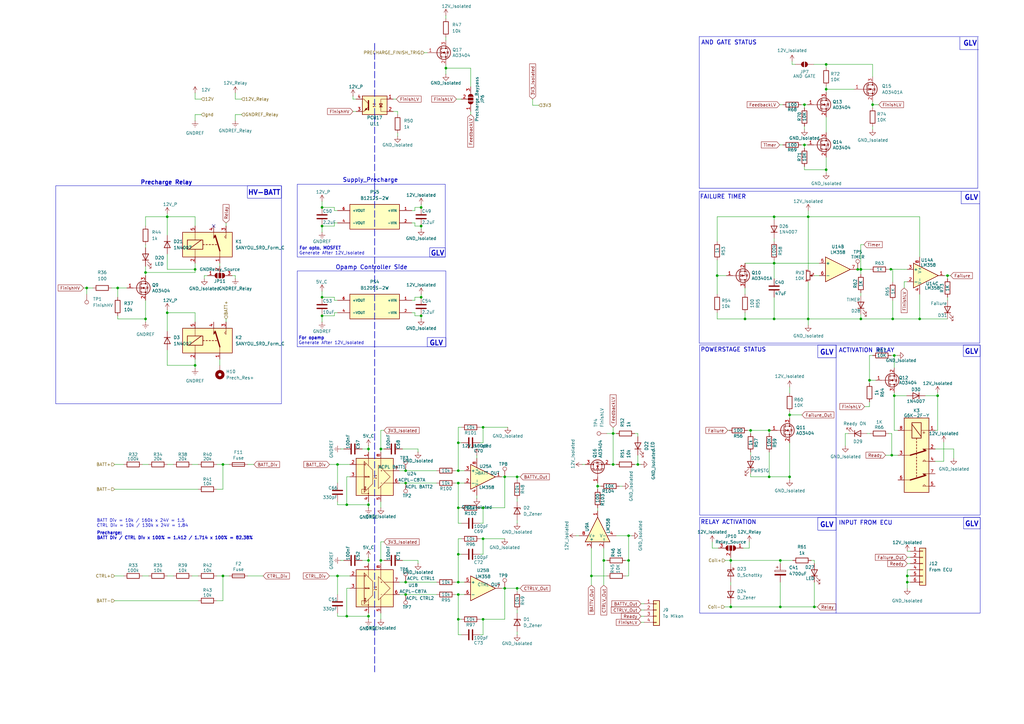
<source format=kicad_sch>
(kicad_sch (version 20250114) (generator "eeschema") (generator_version "9.0")
  (paper "A3")
  (rectangle (start 395.1224 141.5288) (end 401.9804 146.2278))
  (rectangle (start 395.2017 212.22) (end 402.0597 216.919))
  (rectangle (start 286.9438 212.217) (end 402.0058 251.46))
  (rectangle (start 121.92 75.565) (end 182.626 105.41))
  (rectangle (start 22.86 76.2) (end 115.443 165.608))
  (rectangle (start 335.4324 212.2678) (end 342.9254 217.4748))
  (rectangle (start 335.4324 141.5288) (end 342.9254 146.7358))
  (rectangle (start 175.26 138.43) (end 182.88 142.24))
  (rectangle (start 121.92 111.125) (end 182.88 142.24))
  (rectangle (start 101.473 76.2) (end 115.443 81.28))
  (rectangle (start 176.276 101.6) (end 182.626 105.41))
  (rectangle (start 286.9438 141.478) (end 402.0058 211.2518))
  (text "Opamp Controller Side" (at 152.4 110.744 0) (effects (font (size 1.7 1.7) (thickness 0.254) (bold yes)) (justify bottom)))
  (text "GLV" (at 395.5796 145.4658 0) (effects (font (size 2 2) (bold yes)) (justify left bottom)))
  (text "Generate After 12V_Isolated" (at 135.89 141.478 0) (effects (font (size 1.27 1.27)) (justify bottom)))
  (text "GLV" (at 176.022 141.986 0) (effects (font (size 2 2) (bold yes)) (justify left bottom)))
  (text "ACTIVATION RELAY" (at 343.916 144.78 0) (effects (font (size 1.7 1.7) (thickness 0.254) (bold yes)) (justify left bottom)))
  (text "For opto, MOSFET" (at 131.318 102.616 0) (effects (font (size 1.27 1.27) (thickness 0.254) (bold yes)) (justify bottom)))
  (text "Supply_Precharge" (at 151.892 74.93 0) (effects (font (size 1.7 1.7) (thickness 0.254) (bold yes)) (justify bottom)))
  (text "Precharge: \nBATT Div / CTRL Div x 100% = 1.412 / 1.714 x 100% = 82.38%" (at 39.624 219.71 0) (effects (font (size 1.27 1.27) (thickness 0.254) (bold yes)) (justify left)))
  (text "GLV" (at 395.478 82.296 0) (effects (font (size 2.0066 2.0066) (thickness 0.4013) (bold yes)) (justify left bottom)))
  (text "AND GATE STATUS" (at 287.528 18.542 0) (effects (font (size 1.7 1.7) (thickness 0.254) (bold yes)) (justify left bottom)))
  (text "GLV" (at 176.53 105.156 0) (effects (font (size 2 2) (bold yes)) (justify left bottom)))
  (text "GLV" (at 395.6589 216.157 0) (effects (font (size 2 2) (bold yes)) (justify left bottom)))
  (text "POWERSTAGE STATUS" (at 287.274 144.526 0) (effects (font (size 1.7 1.7) (thickness 0.254) (bold yes)) (justify left bottom)))
  (text "HV-BATT" (at 101.6 80.264 0) (effects (font (size 2 2) (bold yes)) (justify left bottom)))
  (text "GLV" (at 336.1944 216.5096 0) (effects (font (size 2 2) (bold yes)) (justify left bottom)))
  (text "BATT Div = 10k / 160k x 24V = 1.5\nCTRL Div = 10k / 130k x 24V = 1.84\n" (at 39.624 214.63 0) (effects (font (size 1.27 1.27)) (justify left)))
  (text "RELAY ACTIVATION" (at 287.274 215.265 0) (effects (font (size 1.7 1.7) (thickness 0.254) (bold yes)) (justify left bottom)))
  (text "For opamp" (at 127.762 139.446 0) (effects (font (size 1.27 1.27) (thickness 0.254) (bold yes)) (justify bottom)))
  (text "Precharge Relay" (at 57.531 75.946 0) (effects (font (size 1.7 1.7) (bold yes)) (justify left bottom)))
  (text "FAILURE TIMER" (at 287.02 81.788 0) (effects (font (size 1.7 1.7) (thickness 0.254) (bold yes)) (justify left bottom)))
  (text "INPUT FROM ECU" (at 343.916 215.519 0) (effects (font (size 1.7 1.7) (thickness 0.254) (bold yes)) (justify left bottom)))
  (text "GLV" (at 394.97 19.05 0) (effects (font (size 2.0066 2.0066) (thickness 0.4013) (bold yes)) (justify left bottom)))
  (text "GLV" (at 336.1944 145.7706 0) (effects (font (size 2 2) (bold yes)) (justify left bottom)))
  (text "Generate After 12V_Isolated" (at 136.144 104.648 0) (effects (font (size 1.27 1.27)) (justify bottom)))
  (junction (at 251.46 177.8))
  (junction (at 166.37 238.76))
  (junction (at 138.43 236.22))
  (junction (at 198.12 208.28))
  (junction (at 207.01 195.58))
  (junction (at 366.141 130.81))
  (junction (at 334.01 248.92))
  (junction (at 247.65 229.87))
  (junction (at 198.12 175.26))
  (junction (at 353.06 110.49))
  (junction (at 388.62 113.03))
  (junction (at 156.21 184.15))
  (junction (at 151.13 184.15))
  (junction (at 317.5 88.9))
  (junction (at 245.11 199.39))
  (junction (at 187.96 238.76))
  (junction (at 307.848 176.53))
  (junction (at 372.11 236.22))
  (junction (at 353.0854 110.49))
  (junction (at 182.88 27.94))
  (junction (at 166.37 198.12))
  (junction (at 151.13 207.01))
  (junction (at 59.69 111.76))
  (junction (at 261.62 190.5))
  (junction (at 251.46 190.5))
  (junction (at 351.79 110.49))
  (junction (at 315.468 195.58))
  (junction (at 156.21 229.87))
  (junction (at 377.19 130.81))
  (junction (at 317.5 130.81))
  (junction (at 91.44 190.5))
  (junction (at 151.13 229.87))
  (junction (at 138.43 190.5))
  (junction (at 187.96 198.12))
  (junction (at 172.72 85.09))
  (junction (at 317.5 107.95))
  (junction (at 187.96 254))
  (junction (at 68.58 88.9))
  (junction (at 68.58 128.27))
  (junction (at 48.26 118.11))
  (junction (at 357.886 42.926))
  (junction (at 187.96 181.61))
  (junction (at 142.24 252.73))
  (junction (at 80.01 110.49))
  (junction (at 338.836 26.416))
  (junction (at 166.37 243.84))
  (junction (at 365.379 110.4392))
  (junction (at 172.72 121.92))
  (junction (at 299.72 229.87))
  (junction (at 366.776 145.796))
  (junction (at 315.468 176.53))
  (junction (at 294.132 113.03))
  (junction (at 353.0854 130.81))
  (junction (at 323.85 195.58))
  (junction (at 132.08 129.54))
  (junction (at 207.01 241.3))
  (junction (at 242.57 236.22))
  (junction (at 329.946 42.926))
  (junction (at 142.24 207.01))
  (junction (at 320.04 229.87))
  (junction (at 331.47 88.9))
  (junction (at 132.08 92.71))
  (junction (at 198.12 254))
  (junction (at 257.81 219.71))
  (junction (at 257.81 229.87))
  (junction (at 132.08 121.92))
  (junction (at 187.96 193.04))
  (junction (at 338.836 69.596))
  (junction (at 35.56 118.11))
  (junction (at 91.44 236.22))
  (junction (at 320.04 248.92))
  (junction (at 172.72 92.71))
  (junction (at 187.96 227.33))
  (junction (at 80.01 149.86))
  (junction (at 305.562 130.81))
  (junction (at 132.08 85.09))
  (junction (at 187.96 243.84))
  (junction (at 366.776 162.306))
  (junction (at 329.946 59.436))
  (junction (at 187.96 208.28))
  (junction (at 384.556 162.306))
  (junction (at 151.13 252.73))
  (junction (at 172.72 129.54))
  (junction (at 59.69 130.81))
  (junction (at 372.11 238.76))
  (junction (at 198.12 220.98))
  (junction (at 338.836 36.576))
  (junction (at 212.09 241.3))
  (junction (at 356.616 155.956))
  (junction (at 212.09 195.58))
  (junction (at 166.37 193.04))
  (junction (at 331.47 130.81))
  (junction (at 323.85 170.18))
  (junction (at 299.72 248.92))
  (junction (at 365.76 186.69))
  (no_connect (at 87.63 92.71))
  (wire (pts (xy 261.62 177.8) (xy 261.62 179.07)))
  (wire (pts (xy 320.04 248.92) (xy 334.01 248.92)))
  (wire (pts (xy 156.21 222.25) (xy 156.21 229.87)))
  (wire (pts (xy 132.08 129.54) (xy 132.08 132.08)))
  (wire (pts (xy 156.21 176.53) (xy 157.48 176.53)))
  (wire (pts (xy 198.12 254) (xy 196.85 254)))
  (wire (pts (xy 163.068 45.72) (xy 161.29 45.72)))
  (wire (pts (xy 353.0854 121.3612) (xy 353.0854 120.0912)))
  (wire (pts (xy 151.13 182.88) (xy 151.13 184.15)))
  (wire (pts (xy 212.09 241.3) (xy 213.36 241.3)))
  (wire (pts (xy 163.83 243.84) (xy 166.37 243.84)))
  (wire (pts (xy 366.141 130.81) (xy 377.19 130.81)))
  (wire (pts (xy 307.848 194.31) (xy 307.848 195.58)))
  (wire (pts (xy 338.836 64.516) (xy 338.836 69.596)))
  (wire (pts (xy 307.34 224.79) (xy 307.34 222.25)))
  (wire (pts (xy 323.85 195.58) (xy 323.85 196.85)))
  (wire (pts (xy 307.848 186.69) (xy 307.848 185.42)))
  (wire (pts (xy 132.08 121.92) (xy 132.08 119.38)))
  (polyline (pts (xy 394.208 83.566) (xy 401.828 83.566)))
  (wire (pts (xy 297.434 229.87) (xy 299.72 229.87)))
  (wire (pts (xy 328.676 42.926) (xy 329.946 42.926)))
  (wire (pts (xy 242.57 224.79) (xy 242.57 236.22)))
  (wire (pts (xy 329.946 69.596) (xy 338.836 69.596)))
  (wire (pts (xy 351.79 110.49) (xy 353.06 110.49)))
  (wire (pts (xy 144.78 40.64) (xy 146.05 40.64)))
  (wire (pts (xy 338.836 70.866) (xy 338.836 69.596)))
  (wire (pts (xy 334.01 231.14) (xy 334.01 229.87)))
  (wire (pts (xy 198.12 208.28) (xy 196.85 208.28)))
  (wire (pts (xy 324.866 26.416) (xy 326.136 26.416)))
  (wire (pts (xy 137.16 85.09) (xy 137.16 86.36)))
  (wire (pts (xy 207.01 241.3) (xy 212.09 241.3)))
  (wire (pts (xy 365.379 110.4392) (xy 366.141 110.4392)))
  (wire (pts (xy 144.78 45.72) (xy 146.05 45.72)))
  (wire (pts (xy 172.72 83.82) (xy 172.72 85.09)))
  (wire (pts (xy 96.52 40.64) (xy 99.06 40.64)))
  (wire (pts (xy 317.5 97.79) (xy 317.5 99.06)))
  (wire (pts (xy 186.69 238.76) (xy 187.96 238.76)))
  (wire (pts (xy 365.379 110.4392) (xy 370.84 110.49)))
  (wire (pts (xy 294.132 128.27) (xy 294.132 130.81)))
  (wire (pts (xy 142.24 195.58) (xy 142.24 207.01)))
  (wire (pts (xy 187.198 40.64) (xy 189.23 40.64)))
  (wire (pts (xy 372.11 228.6) (xy 373.38 228.6)))
  (wire (pts (xy 80.01 149.86) (xy 68.58 149.86)))
  (wire (pts (xy 59.69 109.22) (xy 59.69 111.76)))
  (wire (pts (xy 196.85 181.61) (xy 198.12 181.61)))
  (wire (pts (xy 252.73 177.8) (xy 251.46 177.8)))
  (wire (pts (xy 80.01 49.53) (xy 80.01 46.99)))
  (wire (pts (xy 307.848 176.53) (xy 315.468 176.53)))
  (wire (pts (xy 59.69 111.76) (xy 59.69 113.03)))
  (wire (pts (xy 329.946 59.436) (xy 329.946 60.706)))
  (wire (pts (xy 151.13 252.73) (xy 151.13 254)))
  (wire (pts (xy 294.132 88.9) (xy 294.132 99.06)))
  (polyline (pts (xy 286.766 78.486) (xy 286.766 140.716)))
  (wire (pts (xy 338.836 48.006) (xy 338.836 54.356)))
  (wire (pts (xy 365.76 177.8) (xy 365.76 186.69)))
  (wire (pts (xy 331.47 88.9) (xy 377.19 88.9)))
  (wire (pts (xy 46.99 236.22) (xy 50.8 236.22)))
  (wire (pts (xy 182.88 15.24) (xy 182.88 16.51)))
  (wire (pts (xy 377.19 120.65) (xy 377.19 130.81)))
  (wire (pts (xy 68.58 88.9) (xy 68.58 96.52)))
  (wire (pts (xy 370.84 115.57) (xy 370.84 118.11)))
  (wire (pts (xy 170.18 121.92) (xy 172.72 121.92)))
  (wire (pts (xy 356.616 155.956) (xy 356.616 145.796)))
  (wire (pts (xy 35.56 118.11) (xy 38.1 118.11)))
  (wire (pts (xy 138.43 236.22) (xy 143.51 236.22)))
  (wire (pts (xy 372.11 231.14) (xy 373.38 231.14)))
  (wire (pts (xy 323.85 170.18) (xy 323.85 168.91)))
  (wire (pts (xy 338.836 27.686) (xy 338.836 26.416)))
  (wire (pts (xy 132.08 85.09) (xy 132.08 82.55)))
  (wire (pts (xy 80.01 46.99) (xy 82.55 46.99)))
  (wire (pts (xy 218.44 40.64) (xy 218.44 43.18)))
  (wire (pts (xy 173.99 21.59) (xy 175.26 21.59)))
  (wire (pts (xy 59.69 132.08) (xy 59.69 130.81)))
  (wire (pts (xy 334.01 248.92) (xy 335.28 248.92)))
  (wire (pts (xy 172.72 129.54) (xy 170.18 129.54)))
  (wire (pts (xy 156.21 185.42) (xy 156.21 184.15)))
  (wire (pts (xy 151.13 207.01) (xy 151.13 208.28)))
  (wire (pts (xy 354.33 100.33) (xy 353.06 100.33)))
  (wire (pts (xy 142.24 207.01) (xy 151.13 207.01)))
  (wire (pts (xy 371.856 162.306) (xy 366.776 162.306)))
  (wire (pts (xy 331.47 88.9) (xy 331.47 110.49)))
  (wire (pts (xy 170.18 92.71) (xy 170.18 91.44)))
  (wire (pts (xy 34.29 118.11) (xy 35.56 118.11)))
  (wire (pts (xy 163.068 54.61) (xy 163.068 55.88)))
  (wire (pts (xy 138.43 251.46) (xy 138.43 252.73)))
  (wire (pts (xy 58.42 190.5) (xy 60.96 190.5)))
  (wire (pts (xy 196.85 220.98) (xy 198.12 220.98)))
  (wire (pts (xy 142.24 241.3) (xy 142.24 252.73)))
  (wire (pts (xy 391.16 184.15) (xy 391.16 187.96)))
  (wire (pts (xy 365.76 177.8) (xy 364.49 177.8)))
  (wire (pts (xy 172.72 92.71) (xy 172.72 93.98)))
  (wire (pts (xy 260.35 190.5) (xy 261.62 190.5)))
  (wire (pts (xy 91.44 246.38) (xy 91.44 236.22)))
  (wire (pts (xy 357.886 31.496) (xy 357.886 26.416)))
  (wire (pts (xy 372.11 233.68) (xy 373.38 233.68)))
  (wire (pts (xy 357.886 42.926) (xy 357.886 44.196)))
  (wire (pts (xy 307.848 195.58) (xy 315.468 195.58)))
  (wire (pts (xy 257.81 236.22) (xy 257.81 229.87)))
  (wire (pts (xy 166.37 243.84) (xy 179.07 243.84)))
  (wire (pts (xy 161.29 40.64) (xy 162.56 40.64)))
  (wire (pts (xy 151.13 185.42) (xy 151.13 184.15)))
  (wire (pts (xy 299.72 229.87) (xy 320.04 229.87)))
  (wire (pts (xy 205.74 241.3) (xy 207.01 241.3)))
  (wire (pts (xy 315.468 177.8) (xy 315.468 176.53)))
  (wire (pts (xy 187.96 260.35) (xy 187.96 254)))
  (wire (pts (xy 137.16 86.36) (xy 138.43 86.36)))
  (wire (pts (xy 187.96 227.33) (xy 187.96 238.76)))
  (wire (pts (xy 171.45 184.15) (xy 165.1 184.15)))
  (wire (pts (xy 336.042 113.03) (xy 334.01 113.03)))
  (wire (pts (xy 198.12 260.35) (xy 198.12 254)))
  (wire (pts (xy 187.96 220.98) (xy 187.96 227.33)))
  (wire (pts (xy 319.786 42.926) (xy 321.056 42.926)))
  (wire (pts (xy 163.83 238.76) (xy 166.37 238.76)))
  (wire (pts (xy 140.97 229.87) (xy 139.7 229.87)))
  (wire (pts (xy 80.01 149.86) (xy 80.01 151.13)))
  (wire (pts (xy 163.83 198.12) (xy 166.37 198.12)))
  (wire (pts (xy 245.11 200.66) (xy 245.11 199.39)))
  (wire (pts (xy 264.16 247.65) (xy 262.89 247.65)))
  (wire (pts (xy 366.776 145.796) (xy 368.046 145.796)))
  (wire (pts (xy 142.24 252.73) (xy 151.13 252.73)))
  (wire (pts (xy 78.74 236.22) (xy 81.28 236.22)))
  (wire (pts (xy 186.69 198.12) (xy 187.96 198.12)))
  (wire (pts (xy 68.58 128.27) (xy 80.01 128.27)))
  (wire (pts (xy 137.16 128.27) (xy 138.43 128.27)))
  (wire (pts (xy 218.44 43.18) (xy 220.98 43.18)))
  (wire (pts (xy 187.96 214.63) (xy 187.96 208.28)))
  (wire (pts (xy 90.17 107.95) (xy 90.17 109.22)))
  (wire (pts (xy 198.12 214.63) (xy 198.12 208.28)))
  (wire (pts (xy 315.468 176.53) (xy 316.23 176.53)))
  (wire (pts (xy 170.18 121.92) (xy 170.18 123.19)))
  (wire (pts (xy 189.23 208.28) (xy 187.96 208.28)))
  (wire (pts (xy 366.141 110.4392) (xy 366.141 115.6716)))
  (wire (pts (xy 156.21 251.46) (xy 156.21 254)))
  (wire (pts (xy 189.23 227.33) (xy 187.96 227.33)))
  (wire (pts (xy 189.23 175.26) (xy 187.96 175.26)))
  (wire (pts (xy 331.47 133.35) (xy 331.47 130.81)))
  (wire (pts (xy 187.96 238.76) (xy 190.5 238.76)))
  (wire (pts (xy 364.49 110.49) (xy 365.252 110.4392)))
  (wire (pts (xy 357.886 42.926) (xy 360.426 42.926)))
  (wire (pts (xy 92.71 130.81) (xy 92.71 132.08)))
  (wire (pts (xy 372.11 236.22) (xy 372.11 238.76)))
  (wire (pts (xy 48.26 130.81) (xy 59.69 130.81)))
  (wire (pts (xy 384.556 176.53) (xy 384.556 162.306)))
  (wire (pts (xy 85.09 113.03) (xy 83.82 113.03)))
  (wire (pts (xy 212.09 241.3) (xy 212.09 242.57)))
  (wire (pts (xy 80.01 128.27) (xy 80.01 132.08)))
  (wire (pts (xy 388.62 114.3) (xy 388.62 113.03)))
  (wire (pts (xy 96.52 38.1) (xy 96.52 40.64)))
  (wire (pts (xy 294.132 113.03) (xy 294.132 106.68)))
  (wire (pts (xy 370.84 115.57) (xy 372.11 115.57)))
  (wire (pts (xy 59.69 123.19) (xy 59.69 130.81)))
  (wire (pts (xy 305.562 130.81) (xy 317.5 130.81)))
  (wire (pts (xy 137.16 92.71) (xy 137.16 91.44)))
  (wire (pts (xy 356.616 157.226) (xy 356.616 155.956)))
  (wire (pts (xy 68.58 190.5) (xy 71.12 190.5)))
  (wire (pts (xy 78.74 190.5) (xy 81.28 190.5)))
  (polyline (pts (xy 401.828 78.486) (xy 401.828 140.716)))
  (wire (pts (xy 182.88 26.67) (xy 182.88 27.94)))
  (wire (pts (xy 166.37 238.76) (xy 179.07 238.76)))
  (wire (pts (xy 151.13 251.46) (xy 151.13 252.73)))
  (wire (pts (xy 306.578 176.53) (xy 307.848 176.53)))
  (wire (pts (xy 91.44 190.5) (xy 93.98 190.5)))
  (wire (pts (xy 353.0854 112.4712) (xy 353.0854 110.49)))
  (wire (pts (xy 170.18 85.09) (xy 170.18 86.36)))
  (wire (pts (xy 96.52 46.99) (xy 99.06 46.99)))
  (wire (pts (xy 319.786 59.436) (xy 321.056 59.436)))
  (wire (pts (xy 207.01 195.58) (xy 207.01 208.28)))
  (wire (pts (xy 245.11 209.55) (xy 245.11 208.28)))
  (wire (pts (xy 346.71 182.88) (xy 346.71 177.8)))
  (wire (pts (xy 132.08 92.71) (xy 137.16 92.71)))
  (wire (pts (xy 351.282 110.49) (xy 351.79 110.49)))
  (wire (pts (xy 383.54 184.15) (xy 391.16 184.15)))
  (wire (pts (xy 59.69 88.9) (xy 59.69 92.71)))
  (wire (pts (xy 132.08 129.54) (xy 137.16 129.54)))
  (wire (pts (xy 307.848 176.53) (xy 307.848 177.8)))
  (wire (pts (xy 48.26 118.11) (xy 48.26 121.92)))
  (wire (pts (xy 366.141 123.2916) (xy 366.141 130.81)))
  (wire (pts (xy 329.946 42.926) (xy 331.216 42.926)))
  (wire (pts (xy 357.886 41.656) (xy 357.886 42.926)))
  (wire (pts (xy 151.13 231.14) (xy 151.13 229.87)))
  (wire (pts (xy 317.5 106.68) (xy 317.5 107.95)))
  (wire (pts (xy 323.85 181.61) (xy 323.85 195.58)))
  (wire (pts (xy 138.43 207.01) (xy 142.24 207.01)))
  (wire (pts (xy 171.45 185.42) (xy 171.45 184.15)))
  (wire (pts (xy 151.13 228.6) (xy 151.13 229.87)))
  (wire (pts (xy 151.13 184.15) (xy 148.59 184.15)))
  (wire (pts (xy 372.11 236.22) (xy 373.38 236.22)))
  (wire (pts (xy 91.44 200.66) (xy 91.44 190.5)))
  (wire (pts (xy 96.52 114.3) (xy 96.52 113.03)))
  (wire (pts (xy 372.11 238.76) (xy 373.38 238.76)))
  (wire (pts (xy 357.886 26.416) (xy 338.836 26.416)))
  (wire (pts (xy 195.58 203.2) (xy 195.58 204.47)))
  (wire (pts (xy 46.99 190.5) (xy 50.8 190.5)))
  (wire (pts (xy 48.26 118.11) (xy 45.72 118.11)))
  (wire (pts (xy 363.22 186.69) (xy 365.76 186.69)))
  (wire (pts (xy 299.72 247.65) (xy 299.72 248.92)))
  (wire (pts (xy 365.506 145.796) (xy 366.776 145.796)))
  (wire (pts (xy 189.23 181.61) (xy 187.96 181.61)))
  (wire (pts (xy 92.71 91.44) (xy 92.71 92.71)))
  (wire (pts (xy 80.01 88.9) (xy 80.01 92.71)))
  (wire (pts (xy 294.132 113.03) (xy 294.132 120.65)))
  (wire (pts (xy 305.562 107.95) (xy 317.5 107.95)))
  (wire (pts (xy 298.45 176.53) (xy 298.958 176.53)))
  (wire (pts (xy 264.16 250.19) (xy 262.89 250.19)))
  (wire (pts (xy 252.73 219.71) (xy 257.81 219.71)))
  (wire (pts (xy 305.562 120.65) (xy 305.562 118.11)))
  (wire (pts (xy 242.57 240.03) (xy 242.57 236.22)))
  (wire (pts (xy 238.76 190.5) (xy 240.03 190.5)))
  (wire (pts (xy 83.82 113.03) (xy 83.82 114.3)))
  (wire (pts (xy 143.51 241.3) (xy 142.24 241.3)))
  (wire (pts (xy 170.18 123.19) (xy 168.91 123.19)))
  (wire (pts (xy 80.01 110.49) (xy 80.01 111.76)))
  (wire (pts (xy 140.97 184.15) (xy 139.7 184.15)))
  (wire (pts (xy 387.096 189.23) (xy 383.54 189.23)))
  (wire (pts (xy 261.62 190.5) (xy 261.62 186.69)))
  (wire (pts (xy 171.45 229.87) (xy 165.1 229.87)))
  (wire (pts (xy 388.62 113.03) (xy 389.89 113.03)))
  (wire (pts (xy 212.09 195.58) (xy 213.36 195.58)))
  (wire (pts (xy 187.96 243.84) (xy 190.5 243.84)))
  (wire (pts (xy 138.43 252.73) (xy 142.24 252.73)))
  (wire (pts (xy 247.65 229.87) (xy 247.65 224.79)))
  (wire (pts (xy 373.38 226.06) (xy 372.11 226.06)))
  (wire (pts (xy 257.81 229.87) (xy 257.81 219.71)))
  (wire (pts (xy 346.71 177.8) (xy 347.98 177.8)))
  (wire (pts (xy 156.21 222.25) (xy 157.48 222.25)))
  (wire (pts (xy 356.616 166.751) (xy 356.616 164.846)))
  (wire (pts (xy 353.0854 110.49) (xy 356.87 110.49)))
  (wire (pts (xy 205.74 195.58) (xy 207.01 195.58)))
  (wire (pts (xy 198.12 220.98) (xy 207.01 220.98)))
  (wire (pts (xy 328.676 59.436) (xy 329.946 59.436)))
  (wire (pts (xy 58.42 236.22) (xy 60.96 236.22)))
  (wire (pts (xy 331.47 115.57) (xy 331.47 130.81)))
  (wire (pts (xy 329.946 44.196) (xy 329.946 42.926)))
  (wire (pts (xy 292.1 224.79) (xy 294.64 224.79)))
  (wire (pts (xy 68.58 236.22) (xy 71.12 236.22)))
  (wire (pts (xy 255.27 199.39) (xy 254 199.39)))
  (wire (pts (xy 91.44 190.5) (xy 88.9 190.5)))
  (wire (pts (xy 259.08 219.71) (xy 257.81 219.71)))
  (wire (pts (xy 366.776 145.796) (xy 366.776 150.876)))
  (wire (pts (xy 198.12 181.61) (xy 198.12 175.26)))
  (wire (pts (xy 198.12 208.28) (xy 207.01 208.28)))
  (wire (pts (xy 317.5 130.81) (xy 331.47 130.81)))
  (polyline (pts (xy 342.9254 212.2678) (xy 342.9 251.46)))
  (wire (pts (xy 252.73 190.5) (xy 251.46 190.5)))
  (wire (pts (xy 156.21 229.87) (xy 157.48 229.87)))
  (wire (pts (xy 356.616 155.956) (xy 359.156 155.956)))
  (wire (pts (xy 356.616 145.796) (xy 357.886 145.796)))
  (wire (pts (xy 372.11 238.76) (xy 372.11 241.3)))
  (wire (pts (xy 196.85 175.26) (xy 198.12 175.26)))
  (wire (pts (xy 338.836 36.576) (xy 338.836 37.846)))
  (wire (pts (xy 198.12 227.33) (xy 198.12 220.98)))
  (wire (pts (xy 387.096 181.356) (xy 387.096 189.23)))
  (wire (pts (xy 366.776 176.53) (xy 368.3 176.53)))
  (wire (pts (xy 135.128 190.5) (xy 138.43 190.5)))
  (wire (pts (xy 372.11 233.68) (xy 372.11 236.22)))
  (wire (pts (xy 353.06 110.49) (xy 353.0854 110.49)))
  (wire (pts (xy 189.23 260.35) (xy 187.96 260.35)))
  (polyline (pts (xy 153.67 17.78) (xy 153.67 275.59)) (stroke (width 0.254) (type dash)))
  (wire (pts (xy 317.5 107.95) (xy 336.042 107.95)))
  (wire (pts (xy 170.18 91.44) (xy 168.91 91.44)))
  (wire (pts (xy 323.85 158.75) (xy 323.85 161.29)))
  (wire (pts (xy 388.62 121.92) (xy 388.62 123.19)))
  (wire (pts (xy 138.43 190.5) (xy 138.43 198.12)))
  (wire (pts (xy 338.836 26.416) (xy 333.756 26.416)))
  (wire (pts (xy 189.23 254) (xy 187.96 254)))
  (wire (pts (xy 207.01 195.58) (xy 212.09 195.58)))
  (wire (pts (xy 187.96 193.04) (xy 190.5 193.04)))
  (wire (pts (xy 379.476 162.306) (xy 384.556 162.306)))
  (wire (pts (xy 294.132 130.81) (xy 305.562 130.81)))
  (wire (pts (xy 315.468 195.58) (xy 315.468 185.42)))
  (wire (pts (xy 137.16 123.19) (xy 138.43 123.19)))
  (wire (pts (xy 187.96 208.28) (xy 187.96 198.12)))
  (wire (pts (xy 193.04 27.94) (xy 193.04 35.56)))
  (wire (pts (xy 137.16 91.44) (xy 138.43 91.44)))
  (wire (pts (xy 48.26 129.54) (xy 48.26 130.81)))
  (wire (pts (xy 331.47 130.81) (xy 353.0854 130.81)))
  (wire (pts (xy 366.776 161.036) (xy 366.776 162.306)))
  (wire (pts (xy 305.562 128.27) (xy 305.562 130.81)))
  (wire (pts (xy 88.9 246.38) (xy 91.44 246.38)))
  (wire (pts (xy 151.13 205.74) (xy 151.13 207.01)))
  (wire (pts (xy 242.57 236.22) (xy 248.92 236.22)))
  (wire (pts (xy 245.11 199.39) (xy 245.11 198.12)))
  (wire (pts (xy 334.01 229.87) (xy 332.74 229.87)))
  (wire (pts (xy 143.51 195.58) (xy 142.24 195.58)))
  (wire (pts (xy 68.58 88.9) (xy 59.69 88.9)))
  (wire (pts (xy 170.18 129.54) (xy 170.18 128.27)))
  (wire (pts (xy 323.85 170.18) (xy 328.93 170.18)))
  (wire (pts (xy 377.19 88.9) (xy 377.19 105.41)))
  (wire (pts (xy 101.6 236.22) (xy 107.95 236.22)))
  (wire (pts (xy 196.85 260.35) (xy 198.12 260.35)))
  (wire (pts (xy 80.01 107.95) (xy 80.01 110.49)))
  (wire (pts (xy 329.946 53.086) (xy 329.946 51.816)))
  (polyline (pts (xy 394.208 78.486) (xy 394.208 83.566)))
  (wire (pts (xy 156.21 184.15) (xy 157.48 184.15)))
  (wire (pts (xy 353.0854 128.9812) (xy 353.0854 130.81)))
  (wire (pts (xy 246.38 199.39) (xy 245.11 199.39)))
  (wire (pts (xy 356.87 177.8) (xy 355.6 177.8)))
  (wire (pts (xy 189.23 214.63) (xy 187.96 214.63)))
  (wire (pts (xy 212.09 259.08) (xy 212.09 260.35)))
  (wire (pts (xy 35.56 118.11) (xy 35.56 120.65)))
  (wire (pts (xy 353.0854 130.81) (xy 366.141 130.81)))
  (wire (pts (xy 196.85 214.63) (xy 198.12 214.63)))
  (wire (pts (xy 170.18 128.27) (xy 168.91 128.27)))
  (wire (pts (xy 329.946 59.436) (xy 331.216 59.436)))
  (polyline (pts (xy 286.766 78.486) (xy 401.828 78.486)))
  (wire (pts (xy 251.46 190.5) (xy 250.19 190.5)))
  (wire (pts (xy 170.18 85.09) (xy 172.72 85.09)))
  (wire (pts (xy 338.836 36.576) (xy 350.266 36.576)))
  (wire (pts (xy 384.556 161.036) (xy 384.556 162.306)))
  (wire (pts (xy 182.88 27.94) (xy 182.88 30.48)))
  (wire (pts (xy 156.21 205.74) (xy 156.21 208.28)))
  (wire (pts (xy 292.1 222.25) (xy 292.1 224.79)))
  (wire (pts (xy 212.09 205.74) (xy 212.09 204.47)))
  (wire (pts (xy 294.132 88.9) (xy 317.5 88.9)))
  (wire (pts (xy 59.69 111.76) (xy 80.01 111.76)))
  (wire (pts (xy 377.19 130.81) (xy 388.62 130.81)))
  (wire (pts (xy 144.78 39.37) (xy 144.78 40.64)))
  (polyline (pts (xy 286.766 14.986) (xy 401.32 14.986)))
  (wire (pts (xy 138.43 236.22) (xy 138.43 243.84)))
  (wire (pts (xy 212.09 213.36) (xy 212.09 214.63)))
  (wire (pts (xy 294.132 113.03) (xy 297.942 113.03)))
  (wire (pts (xy 387.35 113.03) (xy 388.62 113.03)))
  (wire (pts (xy 46.99 200.66) (xy 81.28 200.66)))
  (wire (pts (xy 193.04 27.94) (xy 182.88 27.94)))
  (wire (pts (xy 299.72 238.76) (xy 299.72 240.03)))
  (wire (pts (xy 163.83 193.04) (xy 166.37 193.04)))
  (wire (pts (xy 317.5 88.9) (xy 317.5 90.17)))
  (wire (pts (xy 132.08 121.92) (xy 137.16 121.92)))
  (wire (pts (xy 163.068 46.99) (xy 163.068 45.72)))
  (wire (pts (xy 323.85 171.45) (xy 323.85 170.18)))
  (wire (pts (xy 187.96 198.12) (xy 190.5 198.12)))
  (wire (pts (xy 187.96 181.61) (xy 187.96 193.04)))
  (wire (pts (xy 90.17 147.32) (xy 90.17 149.86)))
  (wire (pts (xy 156.21 176.53) (xy 156.21 184.15)))
  (wire (pts (xy 329.946 69.596) (xy 329.946 68.326)))
  (wire (pts (xy 137.16 129.54) (xy 137.16 128.27)))
  (wire (pts (xy 46.99 246.38) (xy 81.28 246.38)))
  (wire (pts (xy 187.96 254) (xy 187.96 243.84)))
  (wire (pts (xy 324.866 26.416) (xy 324.866 25.146)))
  (wire (pts (xy 299.72 248.92) (xy 320.04 248.92)))
  (wire (pts (xy 80.01 40.64) (xy 82.55 40.64)))
  (wire (pts (xy 170.18 86.36) (xy 168.91 86.36)))
  (wire (pts (xy 166.37 193.04) (xy 179.07 193.04)))
  (wire (pts (xy 207.01 254) (xy 207.01 241.3)))
  (wire (pts (xy 299.72 228.6) (xy 299.72 229.87)))
  (wire (pts (xy 68.58 128.27) (xy 68.58 135.89)))
  (wire (pts (xy 251.46 177.8) (xy 251.46 190.5)))
  (wire (pts (xy 315.468 195.58) (xy 323.85 195.58)))
  (polyline (pts (xy 393.7 20.32) (xy 401.32 20.32)))
  (wire (pts (xy 212.09 251.46) (xy 212.09 250.19)))
  (wire (pts (xy 195.58 186.69) (xy 195.58 187.96)))
  (wire (pts (xy 247.65 229.87) (xy 248.92 229.87)))
  (wire (pts (xy 256.54 229.87) (xy 257.81 229.87)))
  (wire (pts (xy 196.85 227.33) (xy 198.12 227.33)))
  (wire (pts (xy 138.43 205.74) (xy 138.43 207.01)))
  (wire (pts (xy 366.776 162.306) (xy 366.776 176.53)))
  (wire (pts (xy 365.76 186.69) (xy 368.3 186.69)))
  (wire (pts (xy 331.47 86.36) (xy 331.47 88.9)))
  (wire (pts (xy 256.54 236.22) (xy 257.81 236.22)))
  (wire (pts (xy 186.69 193.04) (xy 187.96 193.04)))
  (wire (pts (xy 198.12 175.26) (xy 208.28 175.26)))
  (wire (pts (xy 135.128 236.22) (xy 138.43 236.22)))
  (wire (pts (xy 264.16 255.27) (xy 262.89 255.27)))
  (polyline (pts (xy 286.766 77.216) (xy 401.066 77.216)))
  (wire (pts (xy 338.836 35.306) (xy 338.836 36.576)))
  (wire (pts (xy 182.88 6.35) (xy 182.88 7.62)))
  (wire (pts (xy 299.72 248.92) (xy 297.18 248.92)))
  (wire (pts (xy 96.52 113.03) (xy 95.25 113.03)))
  (wire (pts (xy 68.58 149.86) (xy 68.58 143.51)))
  (wire (pts (xy 80.01 38.1) (xy 80.01 40.64)))
  (wire (pts (xy 187.96 175.26) (xy 187.96 181.61)))
  (wire (pts (xy 353.06 100.33) (xy 353.06 110.49)))
  (wire (pts (xy 189.23 220.98) (xy 187.96 220.98)))
  (polyline (pts (xy 342.9254 141.5288) (xy 342.9 211.201)))
  (wire (pts (xy 334.01 238.76) (xy 334.01 248.92)))
  (wire (pts (xy 251.46 177.8) (xy 251.46 175.26)))
  (wire (pts (xy 299.72 231.14) (xy 299.72 229.87)))
  (wire (pts (xy 171.45 231.14) (xy 171.45 229.87)))
  (wire (pts (xy 96.52 49.53) (xy 96.52 46.99)))
  (wire (pts (xy 91.44 236.22) (xy 93.98 236.22)))
  (wire (pts (xy 91.44 236.22) (xy 88.9 236.22)))
  (wire (pts (xy 68.58 127) (xy 68.58 128.27)))
  (wire (pts (xy 52.07 118.11) (xy 48.26 118.11)))
  (wire (pts (xy 236.22 219.71) (xy 237.49 219.71)))
  (wire (pts (xy 172.72 120.65) (xy 172.72 121.92)))
  (wire (pts (xy 172.72 129.54) (xy 172.72 130.81)))
  (wire (pts (xy 138.43 190.5) (xy 143.51 190.5)))
  (wire (pts (xy 80.01 110.49) (xy 68.58 110.49)))
  (polyline (pts (xy 401.066 15.24) (xy 401.066 77.216)))
  (wire (pts (xy 304.8 224.79) (xy 307.34 224.79)))
  (wire (pts (xy 261.62 190.5) (xy 262.89 190.5)))
  (wire (pts (xy 264.16 252.73) (xy 262.89 252.73)))
  (wire (pts (xy 383.54 176.53) (xy 384.556 176.53)))
  (wire (pts (xy 365.252 110.4392) (xy 365.379 110.4392)))
  (wire (pts (xy 317.5 121.92) (xy 317.5 130.81)))
  (wire (pts (xy 357.886 51.816) (xy 357.886 53.086)))
  (wire (pts (xy 68.58 88.9) (xy 80.01 88.9)))
  (wire (pts (xy 166.37 198.12) (xy 179.07 198.12)))
  (wire (pts (xy 193.04 45.72) (xy 193.04 46.99)))
  (wire (pts (xy 320.04 229.87) (xy 320.04 231.14)))
  (wire (pts (xy 198.12 254) (xy 207.01 254)))
  (wire (pts (xy 68.58 110.49) (xy 68.58 104.14)))
  (wire (pts (xy 156.21 231.14) (xy 156.21 229.87)))
  (wire (pts (xy 261.62 177.8) (xy 260.35 177.8)))
  (wire (pts (xy 80.01 147.32) (xy 80.01 149.86)))
  (wire (pts (xy 172.72 92.71) (xy 170.18 92.71)))
  (wire (pts (xy 317.5 88.9) (xy 331.47 88.9)))
  (wire (pts (xy 132.08 85.09) (xy 137.16 85.09)))
  (wire (pts (xy 320.04 238.76) (xy 320.04 248.92)))
  (wire (pts (xy 88.9 200.66) (xy 91.44 200.66)))
  (polyline (pts (xy 286.766 140.716) (xy 401.828 140.716)))
  (wire (pts (xy 354.584 166.751) (xy 356.616 166.751)))
  (polyline (pts (xy 286.766 14.986) (xy 286.766 77.216)))
  (wire (pts (xy 317.5 107.95) (xy 317.5 114.3)))
  (wire (pts (xy 320.04 229.87) (xy 325.12 229.87)))
  (wire (pts (xy 137.16 121.92) (xy 137.16 123.19)))
  (wire (pts (xy 370.84 110.49) (xy 372.11 110.49)))
  (wire (pts (xy 132.08 92.71) (xy 132.08 95.25)))
  (wire (pts (xy 151.13 229.87) (xy 148.59 229.87)))
  (wire (pts (xy 186.69 243.84) (xy 187.96 243.84)))
  (wire (pts (xy 68.58 87.63) (xy 68.58 88.9)))
  (wire (pts (xy 247.65 240.03) (xy 247.65 229.87)))
  (wire (pts (xy 248.92 177.8) (xy 251.46 177.8)))
  (wire (pts (xy 59.69 100.33) (xy 59.69 101.6)))
  (polyline (pts (xy 393.7 15.24) (xy 393.7 20.32)))
  (wire (pts (xy 212.09 196.85) (xy 212.09 195.58)))
  (wire (pts (xy 101.6 190.5) (xy 104.14 190.5)))
  (global_label "FeedbackLV" (shape input) (at 193.04 46.99 270) (property "Intersheetrefs" "${INTERSHEET_REFS}" (effects (hide yes))))
  (global_label "FeedbackLV" (shape input) (at 319.786 42.926 180) (property "Intersheetrefs" "${INTERSHEET_REFS}" (effects (hide yes))))
  (global_label "Ready" (shape input) (at 262.89 252.73 180) (property "Intersheetrefs" "${INTERSHEET_REFS}" (effects (hide yes))))
  (global_label "Failure_Out" (shape input) (at 328.93 170.18 0) (property "Intersheetrefs" "${INTERSHEET_REFS}" (effects (hide yes))))
  (global_label "FinishLV" (shape input) (at 360.426 42.926 0) (property "Intersheetrefs" "${INTERSHEET_REFS}" (effects (hide yes))))
  (global_label "BATTV_Out" (shape input) (at 213.36 195.58 0) (property "Intersheetrefs" "${INTERSHEET_REFS}" (effects (hide yes))))
  (global_label "CTRL_Div" (shape input) (at 107.95 236.22 0) (property "Intersheetrefs" "${INTERSHEET_REFS}" (effects (hide yes))))
  (global_label "BATTV_Out" (shape input) (at 262.89 247.65 180) (property "Intersheetrefs" "${INTERSHEET_REFS}" (effects (hide yes))))
  (global_label "CTRL_Div" (shape input) (at 135.128 236.22 180) (property "Intersheetrefs" "${INTERSHEET_REFS}" (effects (hide yes))))
  (global_label "BATT_Div" (shape input) (at 135.128 190.5 180) (property "Intersheetrefs" "${INTERSHEET_REFS}" (effects (hide yes))))
  (global_label "FinishLV" (shape input) (at 162.56 40.64 0) (property "Intersheetrefs" "${INTERSHEET_REFS}" (effects (hide yes))))
  (global_label "Failure" (shape input) (at 298.45 176.53 180) (property "Intersheetrefs" "${INTERSHEET_REFS}" (effects (hide yes))))
  (global_label "FinishLV" (shape input) (at 354.584 166.751 180) (property "Intersheetrefs" "${INTERSHEET_REFS}" (effects (hide yes))))
  (global_label "3V3_Isolated" (shape input) (at 218.44 40.64 90) (property "Intersheetrefs" "${INTERSHEET_REFS}" (effects (hide yes))))
  (global_label "FeedbackLV" (shape input) (at 251.46 175.26 90) (property "Intersheetrefs" "${INTERSHEET_REFS}" (effects (hide yes))))
  (global_label "Relay" (shape input) (at 92.71 91.44 90) (property "Intersheetrefs" "${INTERSHEET_REFS}" (effects (hide yes))))
  (global_label "Ready" (shape input) (at 363.22 186.69 180) (property "Intersheetrefs" "${INTERSHEET_REFS}" (effects (hide yes))))
  (global_label "Timer" (shape input) (at 354.33 100.33 0) (property "Intersheetrefs" "${INTERSHEET_REFS}" (effects (hide yes))))
  (global_label "3V3_Isolated" (shape input) (at 157.48 176.53 0) (property "Intersheetrefs" "${INTERSHEET_REFS}" (effects (hide yes))))
  (global_label "Ready" (shape input) (at 372.11 231.14 180) (property "Intersheetrefs" "${INTERSHEET_REFS}" (effects (hide yes))))
  (global_label "FinishLV" (shape input) (at 187.198 40.64 180) (property "Intersheetrefs" "${INTERSHEET_REFS}" (effects (hide yes))))
  (global_label "FinishLV" (shape input) (at 262.89 255.27 180) (property "Intersheetrefs" "${INTERSHEET_REFS}" (effects (hide yes))))
  (global_label "BATT_Div" (shape input) (at 104.14 190.5 0) (property "Intersheetrefs" "${INTERSHEET_REFS}" (effects (hide yes))))
  (global_label "Timer" (shape input) (at 319.786 59.436 180) (property "Intersheetrefs" "${INTERSHEET_REFS}" (effects (hide yes))))
  (global_label "Relay" (shape input) (at 335.28 248.92 0) (property "Intersheetrefs" "${INTERSHEET_REFS}" (effects (hide yes))))
  (global_label "CTRLV_Out" (shape input) (at 247.65 240.03 270) (property "Intersheetrefs" "${INTERSHEET_REFS}" (effects (hide yes))))
  (global_label "Failure_Out" (shape input) (at 372.11 228.6 180) (property "Intersheetrefs" "${INTERSHEET_REFS}" (effects (hide yes))))
  (global_label "FinishLV" (shape input) (at 370.84 118.11 270) (property "Intersheetrefs" "${INTERSHEET_REFS}" (effects (hide yes))))
  (global_label "BATTV_Out" (shape input) (at 242.57 240.03 270) (property "Intersheetrefs" "${INTERSHEET_REFS}" (effects (hide yes))))
  (global_label "3V3_Isolated" (shape input) (at 157.48 222.25 0) (property "Intersheetrefs" "${INTERSHEET_REFS}" (effects (hide yes))))
  (global_label "FinishHV" (shape input) (at 34.29 118.11 180) (property "Intersheetrefs" "${INTERSHEET_REFS}" (effects (hide yes))))
  (global_label "FinishHV" (shape input) (at 144.78 45.72 180) (property "Intersheetrefs" "${INTERSHEET_REFS}" (effects (hide yes))))
  (global_label "CTRLV_Out" (shape input) (at 262.89 250.19 180) (property "Intersheetrefs" "${INTERSHEET_REFS}" (effects (hide yes))))
  (global_label "CTRLV_Out" (shape input) (at 213.36 241.3 0) (property "Intersheetrefs" "${INTERSHEET_REFS}" (effects (hide yes))))
  (global_label "Failure" (shape input) (at 389.89 113.03 0) (property "Intersheetrefs" "${INTERSHEET_REFS}" (effects (hide yes))))
  (hierarchical_label "BATT+" (shape input) (at 46.99 190.5 180))
  (hierarchical_label "BATT+" (shape input) (at 92.71 130.81 90))
  (hierarchical_label "BATT-" (shape input) (at 46.99 200.66 180))
  (hierarchical_label "12V_Relay" (shape input) (at 99.06 40.64 0))
  (hierarchical_label "CTRL+" (shape input) (at 46.99 236.22 180))
  (hierarchical_label "PRECHARGE_FINISH_TRIG" (shape input) (at 173.99 21.59 180))
  (hierarchical_label "3V3" (shape input) (at 220.98 43.18 0))
  (hierarchical_label "BATT-" (shape input) (at 46.99 246.38 180))
  (hierarchical_label "gnd" (shape input) (at 82.55 46.99 0))
  (hierarchical_label "GNDREF_Relay" (shape input) (at 99.06 46.99 0))
  (hierarchical_label "Coil-" (shape input) (at 297.18 248.92 180))
  (hierarchical_label "Coil+" (shape input) (at 297.434 229.87 180))
  (hierarchical_label "12V" (shape input) (at 82.55 40.64 0))
  (symbol (lib_id "Device:Fuse") (at 97.79 190.5 270) (unit 1)
    (property "Reference" "F11" (at 97.79 185.4962 90))
    (property "Value" "Fuse" (at 97.79 187.8076 90))
    (property "Footprint" "Fuse:Fuse_2512_6332Metric" (effects (hide yes)))
  )
  (symbol (lib_id "Device:R") (at 324.866 42.926 90) (unit 1)
    (property "Reference" "R68" (at 326.898 44.958 90) (effects (justify left)))
    (property "Value" "100" (at 326.898 42.926 90) (effects (justify left)))
    (property "Footprint" "Resistor_SMD:R_0805_2012Metric_Pad1.20x1.40mm_HandSolder" (effects (hide yes)))
  )
  (symbol (lib_id "Relay:SANYOU_SRD_Form_C") (at 85.09 139.7 0) (unit 1)
    (property "Reference" "K2" (at 96.52 138.4299 0) (effects (justify left)))
    (property "Value" "SANYOU_SRD_Form_C" (at 96.52 140.9699 0) (effects (justify left)))
    (property "Footprint" "Relay_THT:Relay_SPDT_SANYOU_SRD_Series_Form_C" (effects (hide yes)))
    (property "Datasheet" "http://www.sanyourelay.ca/public/products/pdf/SRD.pdf" (effects (hide yes)))
    (property "Description" "Sanyo SRD relay, Single Pole Miniature Power Relay," (effects (hide yes)))
  )
  (symbol (lib_id "Device:C") (at 138.43 201.93 0) (unit 1)
    (property "Reference" "C66" (at 134.62 200.152 0) (effects (justify left)))
    (property "Value" "330pF" (at 132.334 203.962 0) (effects (justify left)))
    (property "Footprint" "Capacitor_SMD:C_0805_2012Metric" (effects (hide yes)))
    (property "Description" "Unpolarized capacitor" (effects (hide yes)))
  )
  (symbol (lib_id "Transistor_FET:2N7002") (at 364.236 155.956 0) (mirror x) (unit 1)
    (property "Reference" "Q12" (at 370.586 154.94 0))
    (property "Value" "AO3404" (at 372.364 156.972 0))
    (property "Footprint" "Package_TO_SOT_SMD:SOT-23_Handsoldering" (effects (hide yes)))
    (property "Datasheet" "https://www.onsemi.com/pub/Collateral/NDS7002A-D.PDF" (effects (hide yes)))
  )
  (symbol (lib_id "Device:R") (at 59.69 96.52 180) (unit 1)
    (property "Reference" "R44" (at 62.23 95.2499 0) (effects (justify right)))
    (property "Value" "1k" (at 62.23 97.7899 0) (effects (justify right)))
    (property "Footprint" "Resistor_SMD:R_0805_2012Metric" (effects (hide yes)))
    (property "Description" "Resistor" (effects (hide yes)))
  )
  (symbol (lib_id "Isolator_Analog:ACPL-C87A") (at 153.67 241.3 0) (unit 1)
    (property "Reference" "U18" (at 169.418 240.03 0))
    (property "Value" "ACPL-C87A" (at 169.418 242.57 0))
    (property "Footprint" "Package_SO:SSO-8_6.8x5.9mm_P1.27mm_Clearance8mm" (effects (hide yes)))
    (property "Datasheet" "www.avagotech.com/docs/AV02-3563EN" (effects (hide yes)))
    (property "Description" "Precision Optycally Isolated Voltage Sensor, ±1% Gain Tolerance, Bandwidth 100kHz, SSO-8" (effects (hide yes)))
  )
  (symbol (lib_id "Device:R") (at 54.61 190.5 90) (unit 1)
    (property "Reference" "R32" (at 54.61 186.436 90))
    (property "Value" "100k" (at 54.61 188.214 90))
    (property "Footprint" "Resistor_SMD:R_1206_3216Metric" (effects (hide yes)))
    (property "Description" "Resistor" (effects (hide yes)))
  )
  (symbol (lib_id "power:+48V") (at 236.22 219.71 90) (unit 1)
    (property "Reference" "#PWR0174" (effects (hide yes)))
    (property "Value" "12V_Isolated" (at 232.41 219.71 0))
    (property "Description" "Power symbol creates a global label with name \"+48V\"" (effects (hide yes)))
  )
  (symbol (lib_id "Device:LED") (at 59.69 105.41 90) (unit 1)
    (property "Reference" "D20" (at 63.5 105.7274 90) (effects (justify right)))
    (property "Value" "LED" (at 63.5 108.2674 90) (effects (justify right)))
    (property "Footprint" "LED_SMD:LED_0805_2012Metric_Pad1.15x1.40mm_HandSolder" (effects (hide yes)))
    (property "Description" "Light emitting diode" (effects (hide yes)))
  )
  (symbol (lib_id "power:GND") (at 182.88 30.48 0) (unit 1)
    (property "Reference" "#PWR023" (effects (hide yes)))
    (property "Value" "GND_Isolated" (at 182.88 34.036 0))
    (property "Description" "Power symbol creates a global label with name \"GND\" , ground" (effects (hide yes)))
  )
  (symbol (lib_id "Transistor_FET:2N7002") (at 180.34 21.59 0) (unit 1)
    (property "Reference" "Q17" (at 185.5216 20.4216 0) (effects (justify left)))
    (property "Value" "AO3404" (at 185.5216 22.733 0) (effects (justify left)))
    (property "Footprint" "Package_TO_SOT_SMD:SOT-23_Handsoldering" (effects (hide yes)))
    (property "Datasheet" "https://www.onsemi.com/pub/Collateral/NDS7002A-D.PDF" (effects (hide yes)))
  )
  (symbol (lib_id "power:+48V") (at 68.58 127 0) (unit 1)
    (property "Reference" "#PWR061" (effects (hide yes)))
    (property "Value" "12V_P" (at 66.802 123.19 0) (effects (justify left)))
    (property "Description" "Power symbol creates a global label with name \"+48V\"" (effects (hide yes)))
  )
  (symbol (lib_id "power:GND") (at 172.72 130.81 0) (unit 1)
    (property "Reference" "#PWR0159" (effects (hide yes)))
    (property "Value" "GND_Isolated" (at 172.72 134.62 0))
    (property "Description" "Power symbol creates a global label with name \"GND\" , ground" (effects (hide yes)))
  )
  (symbol (lib_id "Connector:TestPoint") (at 248.92 177.8 90) (unit 1)
    (property "Reference" "TP4" (at 244.3479 175.26 0) (effects (justify left)))
    (property "Value" "FinishLV" (at 246.8879 175.26 0) (effects (justify left)))
    (property "Footprint" "TestPoint:TestPoint_THTPad_2.0x2.0mm_Drill1.0mm" (effects (hide yes)))
    (property "Description" "test point" (effects (hide yes)))
  )
  (symbol (lib_id "power:+48V") (at 172.72 120.65 0) (unit 1)
    (property "Reference" "#PWR0158" (effects (hide yes)))
    (property "Value" "12V_Isolated" (at 172.72 116.84 0))
    (property "Description" "Power symbol creates a global label with name \"+48V\"" (effects (hide yes)))
  )
  (symbol (lib_id "Device:C") (at 132.08 88.9 0) (unit 1)
    (property "Reference" "C50" (at 132.334 86.614 0) (effects (justify left)))
    (property "Value" "2.2uF" (at 132.334 91.186 0) (effects (justify left)))
    (property "Footprint" "Capacitor_SMD:C_0805_2012Metric" (effects (hide yes)))
    (property "Description" "Unpolarized capacitor" (effects (hide yes)))
  )
  (symbol (lib_id "Device:C") (at 144.78 184.15 270) (unit 1)
    (property "Reference" "C67" (at 146.812 180.34 0) (effects (justify left)))
    (property "Value" "100nF" (at 142.748 178.054 0) (effects (justify left)))
    (property "Footprint" "Capacitor_SMD:C_0805_2012Metric" (effects (hide yes)))
    (property "Description" "Unpolarized capacitor" (effects (hide yes)))
  )
  (symbol (lib_id "Device:R") (at 356.616 161.036 180) (unit 1)
    (property "Reference" "R64" (at 361.8738 161.036 90))
    (property "Value" "1k" (at 359.5624 161.036 90))
    (property "Footprint" "Resistor_SMD:R_0805_2012Metric_Pad1.20x1.40mm_HandSolder" (effects (hide yes)))
  )
  (symbol (lib_id "power:GNDREF") (at 80.01 49.53 0) (unit 1)
    (property "Reference" "#PWR082" (effects (hide yes)))
    (property "Value" "GNDREF" (at 80.01 54.61 0))
    (property "Description" "Power symbol creates a global label with name \"GNDREF\" , reference supply ground" (effects (hide yes)))
  )
  (symbol (lib_id "PrechargeV11-rescue:R_POT_Small-Device") (at 331.47 113.03 0) (unit 1)
    (property "Reference" "RV3" (at 329.9714 111.8616 0) (effects (justify right)))
    (property "Value" "10K" (at 329.9714 114.173 0) (effects (justify right)))
    (property "Footprint" "Potentiometer_THT:Potentiometer_Runtron_RM-065_Vertical" (effects (hide yes)))
  )
  (symbol (lib_id "Device:R") (at 357.886 48.006 0) (unit 1)
    (property "Reference" "R74" (at 359.664 46.8376 0) (effects (justify left)))
    (property "Value" "10K" (at 359.664 49.149 0) (effects (justify left)))
    (property "Footprint" "Resistor_SMD:R_0805_2012Metric_Pad1.20x1.40mm_HandSolder" (effects (hide yes)))
  )
  (symbol (lib_id "Amplifier_Operational:LM358") (at 245.11 217.17 90) (unit 1)
    (property "Reference" "U9" (at 240.792 216.154 0))
    (property "Value" "LM358" (at 249.428 215.646 0))
    (property "Footprint" "Package_SO:SOIC-8_3.9x4.9mm_P1.27mm" (effects (hide yes)))
    (property "Datasheet" "http://www.ti.com/lit/ds/symlink/lm2904-n.pdf" (effects (hide yes)))
    (property "Description" "Low-Power, Dual Operational Amplifiers, DIP-8/SOIC-8/TO-99-8" (effects (hide yes)))
  )
  (symbol (lib_id "Device:R") (at 193.04 175.26 270) (mirror x) (unit 1)
    (property "Reference" "R101" (at 193.04 177.546 90))
    (property "Value" "10k" (at 193.04 175.26 90))
    (property "Footprint" "Resistor_SMD:R_0805_2012Metric" (effects (hide yes)))
    (property "Description" "Resistor" (effects (hide yes)))
  )
  (symbol (lib_id "power:+48V") (at 68.58 87.63 0) (unit 1)
    (property "Reference" "#PWR078" (effects (hide yes)))
    (property "Value" "12V_P" (at 66.802 83.82 0) (effects (justify left)))
    (property "Description" "Power symbol creates a global label with name \"+48V\"" (effects (hide yes)))
  )
  (symbol (lib_id "Device:R") (at 193.04 208.28 270) (mirror x) (unit 1)
    (property "Reference" "R102" (at 193.04 210.566 90))
    (property "Value" "10k" (at 193.04 208.28 90))
    (property "Footprint" "Resistor_SMD:R_0805_2012Metric" (effects (hide yes)))
    (property "Description" "Resistor" (effects (hide yes)))
  )
  (symbol (lib_id "Transistor_FET:AO3401A") (at 303.022 113.03 0) (mirror x) (unit 1)
    (property "Reference" "Q10" (at 308.229 111.8616 0) (effects (justify left)))
    (property "Value" "AO3401A" (at 308.229 114.173 0) (effects (justify left)))
    (property "Footprint" "Package_TO_SOT_SMD:SOT-23_Handsoldering" (effects (hide yes)))
    (property "Datasheet" "http://www.aosmd.com/pdfs/datasheet/AO3401A.pdf" (effects (hide yes)))
  )
  (symbol (lib_id "power:GNDREF") (at 80.01 151.13 0) (unit 1)
    (property "Reference" "#PWR063" (effects (hide yes)))
    (property "Value" "GNDREF" (at 80.01 156.21 0))
    (property "Description" "Power symbol creates a global label with name \"GNDREF\" , reference supply ground" (effects (hide yes)))
  )
  (symbol (lib_id "Device:C") (at 138.43 247.65 0) (unit 1)
    (property "Reference" "C51" (at 134.62 245.872 0) (effects (justify left)))
    (property "Value" "330pF" (at 132.334 249.682 0) (effects (justify left)))
    (property "Footprint" "Capacitor_SMD:C_0805_2012Metric" (effects (hide yes)))
    (property "Description" "Unpolarized capacitor" (effects (hide yes)))
  )
  (symbol (lib_id "Device:R") (at 324.866 59.436 90) (unit 1)
    (property "Reference" "R69" (at 326.898 61.468 90) (effects (justify left)))
    (property "Value" "100" (at 326.898 59.436 90) (effects (justify left)))
    (property "Footprint" "Resistor_SMD:R_0805_2012Metric_Pad1.20x1.40mm_HandSolder" (effects (hide yes)))
  )
  (symbol (lib_id "Device:R") (at 328.93 229.87 90) (unit 1)
    (property "Reference" "R61" (at 328.93 224.282 90))
    (property "Value" "1k" (at 328.93 226.822 90))
    (property "Footprint" "Resistor_SMD:R_0805_2012Metric_Pad1.20x1.40mm_HandSolder" (effects (hide yes)))
  )
  (symbol (lib_id "Transistor_FET:2N7002") (at 57.15 118.11 0) (unit 1)
    (property "Reference" "Q9" (at 62.3316 116.9416 0) (effects (justify left)))
    (property "Value" "AO3404" (at 62.3316 119.253 0) (effects (justify left)))
    (property "Footprint" "Package_TO_SOT_SMD:SOT-23_Handsoldering" (effects (hide yes)))
    (property "Datasheet" "https://www.onsemi.com/pub/Collateral/NDS7002A-D.PDF" (effects (hide yes)))
  )
  (symbol (lib_id "custom library:+14VTSMS") (at 387.096 181.356 0) (unit 1)
    (property "Reference" "#PWR0109" (effects (hide yes)))
    (property "Value" "12V_Isolated" (at 387.096 177.8 0))
  )
  (symbol (lib_id "power:GNDREF") (at 96.52 49.53 0) (unit 1)
    (property "Reference" "#PWR0144" (effects (hide yes)))
    (property "Value" "GNDREF_Relay" (at 96.52 53.594 0))
    (property "Description" "Power symbol creates a global label with name \"GNDREF\" , reference supply ground" (effects (hide yes)))
  )
  (symbol (lib_id "power:+48V") (at 132.08 82.55 0) (unit 1)
    (property "Reference" "#PWR086" (effects (hide yes)))
    (property "Value" "12V_P" (at 129.54 78.74 0) (effects (justify left)))
    (property "Description" "Power symbol creates a global label with name \"+48V\"" (effects (hide yes)))
  )
  (symbol (lib_id "Amplifier_Operational:LM358") (at 379.73 113.03 0) (unit 3)
    (property "Reference" "U14" (at 379.73 116.332 0) (effects (justify left)))
    (property "Value" "LM358" (at 379.222 118.11 0) (effects (justify left)))
    (property "Footprint" "Package_SO:SO-8_3.9x4.9mm_P1.27mm" (effects (hide yes)))
    (property "Datasheet" "http://www.ti.com/lit/ds/symlink/lm2904-n.pdf" (effects (hide yes)))
  )
  (symbol (lib_id "Device:R") (at 54.61 236.22 90) (unit 1)
    (property "Reference" "R33" (at 54.61 231.902 90))
    (property "Value" "100k" (at 54.61 233.934 90))
    (property "Footprint" "Resistor_SMD:R_1206_3216Metric" (effects (hide yes)))
    (property "Description" "Resistor" (effects (hide yes)))
  )
  (symbol (lib_id "Transistor_FET:AO3401A") (at 355.346 36.576 0) (unit 1)
    (property "Reference" "Q15" (at 361.696 35.3059 0) (effects (justify left)))
    (property "Value" "AO3401A" (at 361.696 37.8459 0) (effects (justify left)))
    (property "Footprint" "Package_TO_SOT_SMD:SOT-23" (effects (hide yes)))
    (property "Datasheet" "http://www.aosmd.com/pdfs/datasheet/AO3401A.pdf" (effects (hide yes)))
    (property "Description" "-4.0A Id, -30V Vds, P-Channel MOSFET, SOT-23" (effects (hide yes)))
  )
  (symbol (lib_id "power:GNDREF") (at 132.08 132.08 0) (unit 1)
    (property "Reference" "#PWR0153" (effects (hide yes)))
    (property "Value" "GNDREF" (at 132.08 135.89 0))
    (property "Description" "Power symbol creates a global label with name \"GNDREF\" , reference supply ground" (effects (hide yes)))
  )
  (symbol (lib_id "Amplifier_Operational:LM358") (at 245.11 217.17 90) (unit 3)
    (property "Reference" "U9" (effects (hide yes)))
    (property "Value" "LM358" (effects (hide yes)))
    (property "Footprint" "Package_SO:SOIC-8_3.9x4.9mm_P1.27mm" (effects (hide yes)))
    (property "Datasheet" "http://www.ti.com/lit/ds/symlink/lm2904-n.pdf" (effects (hide yes)))
    (property "Description" "Low-Power, Dual Operational Amplifiers, DIP-8/SOIC-8/TO-99-8" (effects (hide yes)))
  )
  (symbol (lib_id "Device:Fuse") (at 97.79 236.22 270) (unit 1)
    (property "Reference" "F2" (at 97.79 231.2162 90))
    (property "Value" "Fuse" (at 97.79 233.5276 90))
    (property "Footprint" "Fuse:Fuse_2512_6332Metric" (effects (hide yes)))
  )
  (symbol (lib_id "power:GNDREF") (at 139.7 229.87 270) (unit 1)
    (property "Reference" "#PWR0154" (effects (hide yes)))
    (property "Value" "GNDREF" (at 135.89 229.87 0))
    (property "Description" "Power symbol creates a global label with name \"GNDREF\" , reference supply ground" (effects (hide yes)))
  )
  (symbol (lib_id "power:GND") (at 171.45 185.42 0) (unit 1)
    (property "Reference" "#PWR0176" (effects (hide yes)))
    (property "Value" "GND_Isolated" (at 171.45 188.976 0))
    (property "Description" "Power symbol creates a global label with name \"GND\" , ground" (effects (hide yes)))
  )
  (symbol (lib_id "Connector_Generic:Conn_01x04") (at 269.24 250.19 0) (unit 1)
    (property "Reference" "J9" (at 271.78 250.1899 0) (effects (justify left)))
    (property "Value" "To Mikon" (at 271.78 252.7299 0) (effects (justify left)))
    (property "Footprint" "Connector_PinHeader_2.54mm:PinHeader_1x04_P2.54mm_Vertical" (effects (hide yes)))
    (property "Description" "Generic connector, single row, 01x04, script generated (kicad-library-utils/schlib/autogen/connector/)" (effects (hide yes)))
  )
  (symbol (lib_id "power:GND") (at 163.068 55.88 0) (unit 1)
    (property "Reference" "#PWR091" (effects (hide yes)))
    (property "Value" "GND_Isolated" (at 163.068 59.436 0))
    (property "Description" "Power symbol creates a global label with name \"GND\" , ground" (effects (hide yes)))
  )
  (symbol (lib_id "Device:R") (at 388.62 118.11 0) (unit 1)
    (property "Reference" "R73" (at 386.3086 118.1608 90))
    (property "Value" "1K" (at 388.5946 118.1608 90))
    (property "Footprint" "Resistor_SMD:R_0805_2012Metric_Pad1.20x1.40mm_HandSolder" (effects (hide yes)))
  )
  (symbol (lib_id "Transistor_FET:2N7002") (at 321.31 176.53 0) (unit 1)
    (property "Reference" "Q11" (at 326.4916 175.3616 0) (effects (justify left)))
    (property "Value" "AO3404" (at 326.4916 177.673 0) (effects (justify left)))
    (property "Footprint" "Package_TO_SOT_SMD:SOT-23_Handsoldering" (effects (hide yes)))
    (property "Datasheet" "https://www.onsemi.com/pub/Collateral/NDS7002A-D.PDF" (effects (hide yes)))
  )
  (symbol (lib_id "Device:R") (at 302.768 176.53 90) (unit 1)
    (property "Reference" "R56" (at 302.768 178.816 90))
    (property "Value" "100" (at 302.768 176.53 90))
    (property "Footprint" "Resistor_SMD:R_0805_2012Metric_Pad1.20x1.40mm_HandSolder" (effects (hide yes)))
  )
  (symbol (lib_id "power:GND1") (at 331.47 133.35 0) (unit 1)
    (property "Reference" "#PWR0100" (effects (hide yes)))
    (property "Value" "GND_Isolated" (at 331.597 137.7442 0))
  )
  (symbol (lib_id "Amplifier_Operational:LM358") (at 343.662 110.49 0) (unit 2)
    (property "Reference" "U14" (at 343.662 101.1682 0))
    (property "Value" "LM358" (at 343.662 103.4796 0))
    (property "Footprint" "Package_SO:SO-8_3.9x4.9mm_P1.27mm" (effects (hide yes)))
    (property "Datasheet" "http://www.ti.com/lit/ds/symlink/lm2904-n.pdf" (effects (hide yes)))
  )
  (symbol (lib_id "Connector:TestPoint") (at 166.37 193.04 0) (unit 1)
    (property "Reference" "TP3" (at 163.957 187.833 0) (effects (justify left)))
    (property "Value" "ACPL BATT1" (at 155.194 191.516 0) (effects (justify left)))
    (property "Footprint" "TestPoint:TestPoint_THTPad_2.0x2.0mm_Drill1.0mm" (effects (hide yes)))
  )
  (symbol (lib_id "power:+48V") (at 195.58 186.69 0) (unit 1)
    (property "Reference" "#PWR054" (effects (hide yes)))
    (property "Value" "12V_Isolated" (at 195.58 182.88 0))
    (property "Description" "Power symbol creates a global label with name \"+48V\"" (effects (hide yes)))
  )
  (symbol (lib_id "Device:R") (at 307.848 181.61 180) (unit 1)
    (property "Reference" "R57" (at 310.134 181.61 90))
    (property "Value" "1k" (at 307.848 181.61 90))
    (property "Footprint" "Resistor_SMD:R_0805_2012Metric_Pad1.20x1.40mm_HandSolder" (effects (hide yes)))
  )
  (symbol (lib_id "power:GND") (at 172.72 93.98 0) (unit 1)
    (property "Reference" "#PWR094" (effects (hide yes)))
    (property "Value" "GND_Isolated" (at 172.72 97.79 0))
    (property "Description" "Power symbol creates a global label with name \"GND\" , ground" (effects (hide yes)))
  )
  (symbol (lib_id "Connector:TestPoint") (at 207.01 241.3 0) (unit 1)
    (property "Reference" "TP9" (at 204.597 236.093 0) (effects (justify left)))
    (property "Value" "CTRL OUT" (at 195.834 239.776 0) (effects (justify left)))
    (property "Footprint" "TestPoint:TestPoint_THTPad_2.0x2.0mm_Drill1.0mm" (effects (hide yes)))
  )
  (symbol (lib_id "Connector:TestPoint") (at 166.37 198.12 180) (unit 1)
    (property "Reference" "TP2" (at 168.783 203.327 0) (effects (justify left)))
    (property "Value" "ACPL BATT2" (at 177.546 199.644 0) (effects (justify left)))
    (property "Footprint" "TestPoint:TestPoint_THTPad_2.0x2.0mm_Drill1.0mm" (effects (hide yes)))
  )
  (symbol (lib_id "Device:C") (at 161.29 229.87 270) (unit 1)
    (property "Reference" "C71" (at 163.322 226.06 0) (effects (justify left)))
    (property "Value" "100nF" (at 159.258 223.774 0) (effects (justify left)))
    (property "Footprint" "Capacitor_SMD:C_0805_2012Metric" (effects (hide yes)))
    (property "Description" "Unpolarized capacitor" (effects (hide yes)))
  )
  (symbol (lib_id "power:+48V") (at 144.78 39.37 0) (unit 1)
    (property "Reference" "#PWR088" (effects (hide yes)))
    (property "Value" "12V_P" (at 143.002 35.56 0) (effects (justify left)))
    (property "Description" "Power symbol creates a global label with name \"+48V\"" (effects (hide yes)))
  )
  (symbol (lib_id "power:+48V") (at 172.72 83.82 0) (unit 1)
    (property "Reference" "#PWR095" (effects (hide yes)))
    (property "Value" "12V_Isolated" (at 172.72 80.01 0))
    (property "Description" "Power symbol creates a global label with name \"+48V\"" (effects (hide yes)))
  )
  (symbol (lib_id "power:GND") (at 195.58 204.47 0) (unit 1)
    (property "Reference" "#PWR0178" (effects (hide yes)))
    (property "Value" "GND_Isolated" (at 195.58 208.026 0))
    (property "Description" "Power symbol creates a global label with name \"GND\" , ground" (effects (hide yes)))
  )
  (symbol (lib_id "power:GND1") (at 368.046 145.796 90) (unit 1)
    (property "Reference" "#PWR0103" (effects (hide yes)))
    (property "Value" "GND_Isolated" (at 369.57 147.828 90))
  )
  (symbol (lib_id "Device:R") (at 48.26 125.73 180) (unit 1)
    (property "Reference" "R37" (at 50.8 124.4599 0) (effects (justify right)))
    (property "Value" "10k" (at 50.8 126.9999 0) (effects (justify right)))
    (property "Footprint" "Resistor_SMD:R_0805_2012Metric" (effects (hide yes)))
    (property "Description" "Resistor" (effects (hide yes)))
  )
  (symbol (lib_id "Device:R") (at 317.5 102.87 0) (unit 1)
    (property "Reference" "R58" (at 320.04 104.902 90) (effects (justify left)))
    (property "Value" "100k" (at 317.5 105.156 90) (effects (justify left)))
    (property "Footprint" "Resistor_SMD:R_0805_2012Metric_Pad1.20x1.40mm_HandSolder" (effects (hide yes)))
  )
  (symbol (lib_id "power:+48V") (at 151.13 182.88 0) (unit 1)
    (property "Reference" "#PWR0170" (effects (hide yes)))
    (property "Value" "5V_C" (at 151.13 178.816 0))
    (property "Description" "Power symbol creates a global label with name \"+48V\"" (effects (hide yes)))
  )
  (symbol (lib_id "Device:R") (at 85.09 236.22 90) (unit 1)
    (property "Reference" "R42" (at 85.09 231.902 90))
    (property "Value" "10k" (at 85.09 233.934 90))
    (property "Footprint" "Resistor_SMD:R_1206_3216Metric" (effects (hide yes)))
    (property "Description" "Resistor" (effects (hide yes)))
  )
  (symbol (lib_id "power:GND") (at 171.45 231.14 0) (unit 1)
    (property "Reference" "#PWR0182" (effects (hide yes)))
    (property "Value" "GND_Isolated" (at 171.45 234.696 0))
    (property "Description" "Power symbol creates a global label with name \"GND\" , ground" (effects (hide yes)))
  )
  (symbol (lib_id "power:GNDREF") (at 132.08 95.25 0) (unit 1)
    (property "Reference" "#PWR0133" (effects (hide yes)))
    (property "Value" "GNDREF" (at 132.08 99.06 0))
    (property "Description" "Power symbol creates a global label with name \"GNDREF\" , reference supply ground" (effects (hide yes)))
  )
  (symbol (lib_id "Connector:TestPoint") (at 166.37 243.84 180) (unit 1)
    (property "Reference" "TP7" (at 168.783 249.047 0) (effects (justify left)))
    (property "Value" "ACPL CTRL2" (at 178.054 245.364 0) (effects (justify left)))
    (property "Footprint" "TestPoint:TestPoint_THTPad_2.0x2.0mm_Drill1.0mm" (effects (hide yes)))
  )
  (symbol (lib_id "Device:R") (at 294.132 102.87 0) (unit 1)
    (property "Reference" "R53" (at 296.672 104.902 90) (effects (justify left)))
    (property "Value" "1k" (at 294.132 103.886 90) (effects (justify left)))
    (property "Footprint" "Resistor_SMD:R_0805_2012Metric_Pad1.20x1.40mm_HandSolder" (effects (hide yes)))
  )
  (symbol (lib_id "Device:LED") (at 334.01 234.95 90) (unit 1)
    (property "Reference" "D27" (at 330.2 232.664 90) (effects (justify right)))
    (property "Value" "LED" (at 330.454 237.236 90) (effects (justify right)))
    (property "Footprint" "LED_SMD:LED_0805_2012Metric_Pad1.15x1.40mm_HandSolder" (effects (hide yes)))
  )
  (symbol (lib_id "Device:C") (at 172.72 88.9 0) (unit 1)
    (property "Reference" "C49" (at 172.974 86.614 0) (effects (justify left)))
    (property "Value" "2.2uF" (at 172.974 91.186 0) (effects (justify left)))
    (property "Footprint" "Capacitor_SMD:C_0805_2012Metric" (effects (hide yes)))
    (property "Description" "Unpolarized capacitor" (effects (hide yes)))
  )
  (symbol (lib_id "power:GND1") (at 329.946 53.086 0) (unit 1)
    (property "Reference" "#PWR0104" (effects (hide yes)))
    (property "Value" "GND_Isolated" (at 329.946 56.642 0))
  )
  (symbol (lib_id "Connector_Generic:Conn_01x06") (at 378.46 231.14 0) (unit 1)
    (property "Reference" "J12" (at 381 231.1399 0) (effects (justify left)))
    (property "Value" "From ECU" (at 381 233.6799 0) (effects (justify left)))
    (property "Footprint" "Connector_Molex:Molex_Mini-Fit_Jr_5569-06A2_2x03_P4.20mm_Horizontal" (effects (hide yes)))
    (property "Description" "Generic connector, single row, 01x06, script generated (kicad-library-utils/schlib/autogen/connector/)" (effects (hide yes)))
  )
  (symbol (lib_id "Device:C") (at 193.04 260.35 270) (unit 1)
    (property "Reference" "C73" (at 194.31 263.652 90) (effects (justify left)))
    (property "Value" "100pF" (at 194.31 261.62 90) (effects (justify left)))
    (property "Footprint" "Capacitor_SMD:C_0805_2012Metric" (effects (hide yes)))
    (property "Description" "Unpolarized capacitor" (effects (hide yes)))
  )
  (symbol (lib_id "Device:R") (at 85.09 190.5 90) (unit 1)
    (property "Reference" "R40" (at 85.09 186.436 90))
    (property "Value" "20k" (at 85.09 188.214 90))
    (property "Footprint" "Resistor_SMD:R_1206_3216Metric" (effects (hide yes)))
    (property "Description" "Resistor" (effects (hide yes)))
  )
  (symbol (lib_id "power:GND1") (at 346.71 182.88 0) (unit 1)
    (property "Reference" "#PWR0101" (effects (hide yes)))
    (property "Value" "GND_Isolated" (at 346.837 187.2742 0))
  )
  (symbol (lib_id "Device:LED") (at 307.848 190.5 270) (mirror x) (unit 1)
    (property "Reference" "D25" (at 309.88 187.96 90))
    (property "Value" "PWRSTG" (at 311.658 193.04 90))
    (property "Footprint" "LED_SMD:LED_0805_2012Metric_Pad1.15x1.40mm_HandSolder" (effects (hide yes)))
  )
  (symbol (lib_id "Device:R") (at 329.946 48.006 0) (unit 1)
    (property "Reference" "R70" (at 327.914 49.784 90) (effects (justify left)))
    (property "Value" "10K" (at 329.946 49.784 90) (effects (justify left)))
    (property "Footprint" "Resistor_SMD:R_0805_2012Metric_Pad1.20x1.40mm_HandSolder" (effects (hide yes)))
  )
  (symbol (lib_id "Device:R") (at 329.946 64.516 0) (unit 1)
    (property "Reference" "R71" (at 327.914 66.294 90) (effects (justify left)))
    (property "Value" "10K" (at 329.946 66.294 90) (effects (justify left)))
    (property "Footprint" "Resistor_SMD:R_0805_2012Metric_Pad1.20x1.40mm_HandSolder" (effects (hide yes)))
  )
  (symbol (lib_id "Device:R") (at 338.836 31.496 0) (unit 1)
    (property "Reference" "R72" (at 340.614 30.3276 0) (effects (justify left)))
    (property "Value" "10K" (at 340.614 32.639 0) (effects (justify left)))
    (property "Footprint" "Resistor_SMD:R_0805_2012Metric_Pad1.20x1.40mm_HandSolder" (effects (hide yes)))
  )
  (symbol (lib_id "power:GND1") (at 372.11 241.3 0) (unit 1)
    (property "Reference" "#PWR0106" (effects (hide yes)))
    (property "Value" "GND_Isolated" (at 372.11 246.38 0))
  )
  (symbol (lib_id "Connector:TestPoint") (at 35.56 120.65 180) (unit 1)
    (property "Reference" "TP1" (at 38.1 122.6819 0) (effects (justify right)))
    (property "Value" "FinishHV" (at 38.1 125.2219 0) (effects (justify right)))
    (property "Footprint" "TestPoint:TestPoint_THTPad_2.0x2.0mm_Drill1.0mm" (effects (hide yes)))
    (property "Description" "test point" (effects (hide yes)))
  )
  (symbol (lib_id "power:GND1") (at 83.82 114.3 0) (unit 1)
    (property "Reference" "#PWR0146" (effects (hide yes)))
    (property "Value" "GND_Isolated" (at 83.82 118.364 0))
  )
  (symbol (lib_id "Diode:1N4007") (at 68.58 100.33 270) (unit 1)
    (property "Reference" "D21" (at 71.12 99.0599 90) (effects (justify left)))
    (property "Value" "1N4007" (at 71.12 101.5999 90) (effects (justify left)))
    (property "Footprint" "Diode_SMD:D_SMA" (effects (hide yes)))
    (property "Datasheet" "http://www.vishay.com/docs/88503/1n4001.pdf" (effects (hide yes)))
    (property "Description" "1000V 1A General Purpose Rectifier Diode, DO-41" (effects (hide yes)))
    (property "Sim.Device" "D" (effects (hide yes)))
    (property "Sim.Pins" "1=K 2=A" (effects (hide yes)))
  )
  (symbol (lib_id "custom library:+14VTSMS") (at 324.866 25.146 0) (unit 1)
    (property "Reference" "#PWR0102" (effects (hide yes)))
    (property "Value" "12V_Isolated" (at 324.866 20.701 0))
  )
  (symbol (lib_id "Device:R") (at 252.73 236.22 90) (unit 1)
    (property "Reference" "R45" (at 251.206 235.204 0) (effects (justify left)))
    (property "Value" "10K" (at 253.492 235.204 0) (effects (justify left)))
    (property "Footprint" "Resistor_SMD:R_0805_2012Metric_Pad1.20x1.40mm_HandSolder" (effects (hide yes)))
  )
  (symbol (lib_id "power:GNDREF") (at 151.13 254 0) (unit 1)
    (property "Reference" "#PWR0156" (effects (hide yes)))
    (property "Value" "GNDREF" (at 151.13 257.81 0))
    (property "Description" "Power symbol creates a global label with name \"GNDREF\" , reference supply ground" (effects (hide yes)))
  )
  (symbol (lib_id "Device:R") (at 41.91 118.11 90) (unit 1)
    (property "Reference" "R36" (at 41.91 111.76 90))
    (property "Value" "100" (at 41.91 114.3 90))
    (property "Footprint" "Resistor_SMD:R_0805_2012Metric" (effects (hide yes)))
    (property "Description" "Resistor" (effects (hide yes)))
  )
  (symbol (lib_id "power:GND") (at 156.21 254 0) (unit 1)
    (property "Reference" "#PWR0181" (effects (hide yes)))
    (property "Value" "GND_Isolated" (at 156.21 257.556 0))
    (property "Description" "Power symbol creates a global label with name \"GND\" , ground" (effects (hide yes)))
  )
  (symbol (lib_id "power:GNDREF") (at 139.7 184.15 270) (unit 1)
    (property "Reference" "#PWR0169" (effects (hide yes)))
    (property "Value" "GNDREF" (at 135.89 184.15 0))
    (property "Description" "Power symbol creates a global label with name \"GNDREF\" , reference supply ground" (effects (hide yes)))
  )
  (symbol (lib_id "Device:C") (at 132.08 125.73 0) (unit 1)
    (property "Reference" "C53" (at 132.334 123.444 0) (effects (justify left)))
    (property "Value" "10uF" (at 132.334 128.016 0) (effects (justify left)))
    (property "Footprint" "Capacitor_SMD:C_0805_2012Metric" (effects (hide yes)))
    (property "Description" "Unpolarized capacitor" (effects (hide yes)))
  )
  (symbol (lib_id "Jumper:SolderJumper_3_Open") (at 90.17 113.03 0) (mirror x) (unit 1) (in_bom no)
    (property "Reference" "JP11" (at 90.17 115.316 0))
    (property "Value" "GNDRelay_Source" (at 90.17 110.49 0))
    (property "Footprint" "Jumper:SolderJumper-3_P1.3mm_Open_RoundedPad1.0x1.5mm_NumberLabels" (effects (hide yes)))
    (property "Description" "Solder Jumper, 3-pole, open" (effects (hide yes)))
  )
  (symbol (lib_id "Device:D_Schottky") (at 299.72 234.95 270) (unit 1)
    (property "Reference" "D23" (at 302.26 233.3624 90) (effects (justify left)))
    (property "Value" "D_Schottky" (at 302.26 235.9024 90) (effects (justify left)))
    (property "Footprint" "Diode_SMD:D_SMA" (effects (hide yes)))
    (property "Description" "Schottky diode" (effects (hide yes)))
  )
  (symbol (lib_id "Device:R") (at 361.696 145.796 270) (unit 1)
    (property "Reference" "R67" (at 359.664 143.764 90) (effects (justify left)))
    (property "Value" "10K" (at 359.664 145.796 90) (effects (justify left)))
    (property "Footprint" "Resistor_SMD:R_0805_2012Metric_Pad1.20x1.40mm_HandSolder" (effects (hide yes)))
  )
  (symbol (lib_id "custom library:+14VTSMS") (at 307.34 222.25 0) (unit 1)
    (property "Reference" "#PWR096" (effects (hide yes)))
    (property "Value" "12V_Relay" (at 307.34 218.186 0))
  )
  (symbol (lib_id "B2405S-2W:B1205S-2W") (at 153.67 125.73 0) (mirror y) (unit 1)
    (property "Reference" "PS4" (at 153.67 115.57 0))
    (property "Value" "B1205S-2W" (at 153.67 118.11 0))
    (property "Footprint" "B2405S-2W:B2405S-2W" (effects (hide yes)))
    (property "MF" "Recom Power" (effects (hide yes)))
    (property "MAXIMUM_PACKAGE_HEIGHT" "10.2mm" (effects (hide yes)))
    (property "Package" "SIP-7 Recom Power" (effects (hide yes)))
    (property "Price" "None" (effects (hide yes)))
    (property "Check_prices" "https://www.snapeda.com/parts/RE-2405S/HP/Recom+Power/view-part/?ref=eda" (effects (hide yes)))
    (property "STANDARD" "Manufacturer Recommendations" (effects (hide yes)))
    (property "PARTREV" "1" (effects (hide yes)))
    (property "SnapEDA_Link" "https://www.snapeda.com/parts/RE-2405S/HP/Recom+Power/view-part/?ref=snap" (effects (hide yes)))
    (property "MP" "RE-2405S/HP" (effects (hide yes)))
    (property "Description_1" "1W DC/DC-Converter 'ECONOLINE' SIP7 2kV unreg" (effects (hide yes)))
    (property "Availability" "In Stock" (effects (hide yes)))
    (property "MANUFACTURER" "Recom" (effects (hide yes)))
  )
  (symbol (lib_id "power:+48V") (at 151.13 228.6 0) (unit 1)
    (property "Reference" "#PWR0155" (effects (hide yes)))
    (property "Value" "5V_C" (at 151.13 224.536 0))
    (property "Description" "Power symbol creates a global label with name \"+48V\"" (effects (hide yes)))
  )
  (symbol (lib_id "power:GND1") (at 323.85 196.85 0) (unit 1)
    (property "Reference" "#PWR098" (effects (hide yes)))
    (property "Value" "GND_Isolated" (at 323.977 201.2442 0))
  )
  (symbol (lib_id "Device:R") (at 182.88 198.12 270) (mirror x) (unit 1)
    (property "Reference" "R100" (at 182.88 200.406 90))
    (property "Value" "10k" (at 182.88 198.12 90))
    (property "Footprint" "Resistor_SMD:R_0805_2012Metric" (effects (hide yes)))
    (property "Description" "Resistor" (effects (hide yes)))
  )
  (symbol (lib_id "Device:R") (at 294.132 124.46 0) (unit 1)
    (property "Reference" "R54" (at 295.91 123.2916 0) (effects (justify left)))
    (property "Value" "10k" (at 295.91 125.603 0) (effects (justify left)))
    (property "Footprint" "Resistor_SMD:R_0805_2012Metric_Pad1.20x1.40mm_HandSolder" (effects (hide yes)))
  )
  (symbol (lib_id "Jumper:SolderJumper_3_Open") (at 299.72 224.79 0) (mirror y) (unit 1) (in_bom no)
    (property "Reference" "JP10" (at 299.72 219.964 0))
    (property "Value" "Relay_Source" (at 299.72 222.25 0))
    (property "Footprint" "Jumper:SolderJumper-3_P1.3mm_Open_RoundedPad1.0x1.5mm_NumberLabels" (effects (hide yes)))
    (property "Description" "Solder Jumper, 3-pole, open" (effects (hide yes)))
  )
  (symbol (lib_id "power:GND1") (at 391.16 187.96 0) (unit 1)
    (property "Reference" "#PWR0110" (effects (hide yes)))
    (property "Value" "GND_Isolated" (at 391.287 192.3542 0))
  )
  (symbol (lib_id "Device:D_Zener") (at 299.72 243.84 90) (unit 1)
    (property "Reference" "D24" (at 302.26 242.5699 90) (effects (justify right)))
    (property "Value" "D_Zener" (at 302.26 245.1099 90) (effects (justify right)))
    (property "Footprint" "Diode_SMD:D_SMA" (effects (hide yes)))
    (property "Description" "Zener diode" (effects (hide yes)))
  )
  (symbol (lib_id "power:GND") (at 207.01 220.98 0) (unit 1)
    (property "Reference" "#PWR0179" (effects (hide yes)))
    (property "Value" "GND_Isolated" (at 207.01 224.536 0))
    (property "Description" "Power symbol creates a global label with name \"GND\" , ground" (effects (hide yes)))
  )
  (symbol (lib_id "Device:R") (at 252.73 229.87 90) (unit 1)
    (property "Reference" "R46" (at 251.46 228.6 0) (effects (justify left)))
    (property "Value" "10K" (at 254 228.6 0) (effects (justify left)))
    (property "Footprint" "Resistor_SMD:R_0805_2012Metric_Pad1.20x1.40mm_HandSolder" (effects (hide yes)))
  )
  (symbol (lib_id "power:+48V") (at 331.47 86.36 0) (unit 1)
    (property "Reference" "#PWR099" (effects (hide yes)))
    (property "Value" "12V_Isolated" (at 331.47 82.55 0))
    (property "Description" "Power symbol creates a global label with name \"+48V\"" (effects (hide yes)))
  )
  (symbol (lib_id "Device:C_Polarized") (at 320.04 234.95 0) (unit 1)
    (property "Reference" "C41" (at 323.596 232.791 0) (effects (justify left)))
    (property "Value" "4700uF" (at 323.596 235.331 0) (effects (justify left)))
    (property "Footprint" "Capacitor_Radial_Vertical:Capacitor_Radial_Vertical_18mm" (effects (hide yes)))
  )
  (symbol (lib_id "Device:LED") (at 261.62 182.88 90) (unit 1)
    (property "Reference" "D22" (at 265.176 182.88 0))
    (property "Value" "LED" (at 267.716 182.88 0))
    (property "Footprint" "LED_SMD:LED_0805_2012Metric_Pad1.15x1.40mm_HandSolder" (effects (hide yes)))
    (property "Description" "Light emitting diode" (effects (hide yes)))
  )
  (symbol (lib_id "Transistor_FET:2N7002") (at 336.296 59.436 0) (unit 1)
    (property "Reference" "Q14" (at 341.4776 58.2676 0) (effects (justify left)))
    (property "Value" "AO3404" (at 341.4776 60.579 0) (effects (justify left)))
    (property "Footprint" "Package_TO_SOT_SMD:SOT-23_Handsoldering" (effects (hide yes)))
    (property "Datasheet" "https://www.onsemi.com/pub/Collateral/NDS7002A-D.PDF" (effects (hide yes)))
  )
  (symbol (lib_id "power:GNDREF") (at 151.13 208.28 0) (unit 1)
    (property "Reference" "#PWR0171" (effects (hide yes)))
    (property "Value" "GNDREF" (at 151.13 212.09 0))
    (property "Description" "Power symbol creates a global label with name \"GNDREF\" , reference supply ground" (effects (hide yes)))
  )
  (symbol (lib_id "Device:C") (at 161.29 184.15 270) (unit 1)
    (property "Reference" "C68" (at 163.322 180.34 0) (effects (justify left)))
    (property "Value" "100nF" (at 159.258 178.054 0) (effects (justify left)))
    (property "Footprint" "Capacitor_SMD:C_0805_2012Metric" (effects (hide yes)))
    (property "Description" "Unpolarized capacitor" (effects (hide yes)))
  )
  (symbol (lib_id "Device:R") (at 64.77 236.22 90) (unit 1)
    (property "Reference" "R35" (at 64.77 231.902 90))
    (property "Value" "10k" (at 64.77 233.934 90))
    (property "Footprint" "Resistor_SMD:R_1206_3216Metric" (effects (hide yes)))
    (property "Description" "Resistor" (effects (hide yes)))
  )
  (symbol (lib_id "custom library:+14VTSMS") (at 323.85 158.75 0) (unit 1)
    (property "Reference" "#PWR097" (effects (hide yes)))
    (property "Value" "12V_Isolated" (at 323.85 154.305 0))
  )
  (symbol (lib_id "Device:R") (at 182.88 193.04 270) (mirror x) (unit 1)
    (property "Reference" "R99" (effects (hide yes)))
    (property "Value" "10k" (at 182.88 193.04 90))
    (property "Footprint" "Resistor_SMD:R_0805_2012Metric" (effects (hide yes)))
    (property "Description" "Resistor" (effects (hide yes)))
  )
  (symbol (lib_id "Connector:TestPoint") (at 207.01 195.58 0) (unit 1)
    (property "Reference" "TP8" (at 204.597 190.373 0) (effects (justify left)))
    (property "Value" "BATT OUT" (at 195.834 194.056 0) (effects (justify left)))
    (property "Footprint" "TestPoint:TestPoint_THTPad_2.0x2.0mm_Drill1.0mm" (effects (hide yes)))
  )
  (symbol (lib_id "Device:R") (at 193.04 254 270) (mirror x) (unit 1)
    (property "Reference" "R97" (at 193.04 256.286 90))
    (property "Value" "10k" (at 193.04 254 90))
    (property "Footprint" "Resistor_SMD:R_0805_2012Metric" (effects (hide yes)))
    (property "Description" "Resistor" (effects (hide yes)))
  )
  (symbol (lib_id "Device:R") (at 212.09 200.66 0) (mirror y) (unit 1)
    (property "Reference" "R48" (at 214.376 200.66 90))
    (property "Value" "10k" (at 212.09 200.66 90))
    (property "Footprint" "Resistor_SMD:R_0805_2012Metric" (effects (hide yes)))
    (property "Description" "Resistor" (effects (hide yes)))
  )
  (symbol (lib_id "power:+48V") (at 96.52 38.1 0) (unit 1)
    (property "Reference" "#PWR0145" (effects (hide yes)))
    (property "Value" "12V_Relay" (at 96.52 34.036 0))
    (property "Description" "Power symbol creates a global label with name \"+48V\"" (effects (hide yes)))
  )
  (symbol (lib_id "Device:R") (at 256.54 177.8 270) (unit 1)
    (property "Reference" "R52" (at 255.2699 175.26 0) (effects (justify right)))
    (property "Value" "1k" (at 257.8099 175.26 0) (effects (justify right)))
    (property "Footprint" "Resistor_SMD:R_0805_2012Metric" (effects (hide yes)))
    (property "Description" "Resistor" (effects (hide yes)))
  )
  (symbol (lib_id "Device:C") (at 317.5 118.11 0) (unit 1)
    (property "Reference" "C40" (at 317.754 115.824 0) (effects (justify left)))
    (property "Value" "47uF" (at 317.754 120.396 0) (effects (justify left)))
    (property "Footprint" "Capacitor_SMD:C_0805_2012Metric" (effects (hide yes)))
    (property "Description" "Unpolarized capacitor" (effects (hide yes)))
  )
  (symbol (lib_id "power:GND1") (at 338.836 70.866 0) (unit 1)
    (property "Reference" "#PWR0107" (effects (hide yes)))
    (property "Value" "GND_Isolated" (at 338.963 75.2602 0))
  )
  (symbol (lib_id "Device:R") (at 353.0854 116.2812 0) (unit 1)
    (property "Reference" "R62" (at 350.774 116.332 90))
    (property "Value" "1K" (at 353.06 116.332 90))
    (property "Footprint" "Resistor_SMD:R_0805_2012Metric_Pad1.20x1.40mm_HandSolder" (effects (hide yes)))
  )
  (symbol (lib_id "Device:LED") (at 353.0854 125.1712 90) (unit 1)
    (property "Reference" "D28" (at 351.028 127.508 90))
    (property "Value" "TIMER" (at 350.012 122.936 90))
    (property "Footprint" "LED_SMD:LED_0805_2012Metric_Pad1.15x1.40mm_HandSolder" (effects (hide yes)))
  )
  (symbol (lib_id "Transistor_FET:2N7002") (at 245.11 193.04 90) (unit 1)
    (property "Reference" "Q16" (at 243.9416 187.8584 0) (effects (justify left)))
    (property "Value" "AO3404" (at 246.253 187.8584 0) (effects (justify left)))
    (property "Footprint" "Package_TO_SOT_SMD:SOT-23_Handsoldering" (effects (hide yes)))
    (property "Datasheet" "https://www.onsemi.com/pub/Collateral/NDS7002A-D.PDF" (effects (hide yes)))
  )
  (symbol (lib_id "power:GND") (at 259.08 219.71 90) (unit 1)
    (property "Reference" "#PWR0180" (effects (hide yes)))
    (property "Value" "GND_Isolated" (at 262.636 219.71 0))
    (property "Description" "Power symbol creates a global label with name \"GND\" , ground" (effects (hide yes)))
  )
  (symbol (lib_id "Device:C") (at 193.04 214.63 270) (unit 1)
    (property "Reference" "C69" (at 194.31 217.932 90) (effects (justify left)))
    (property "Value" "100pF" (at 194.31 215.9 90) (effects (justify left)))
    (property "Footprint" "Capacitor_SMD:C_0805_2012Metric" (effects (hide yes)))
    (property "Description" "Unpolarized capacitor" (effects (hide yes)))
  )
  (symbol (lib_id "Device:C") (at 172.72 125.73 0) (unit 1)
    (property "Reference" "C54" (at 172.974 123.444 0) (effects (justify left)))
    (property "Value" "2.2uF" (at 172.974 128.016 0) (effects (justify left)))
    (property "Footprint" "Capacitor_SMD:C_0805_2012Metric" (effects (hide yes)))
    (property "Description" "Unpolarized capacitor" (effects (hide yes)))
  )
  (symbol (lib_id "Device:R") (at 245.11 204.47 180) (unit 1)
    (property "Reference" "R103" (at 247.142 202.438 90) (effects (justify left)))
    (property "Value" "100" (at 245.11 202.438 90) (effects (justify left)))
    (property "Footprint" "Resistor_SMD:R_0805_2012Metric_Pad1.20x1.40mm_HandSolder" (effects (hide yes)))
  )
  (symbol (lib_id "power:GND") (at 212.09 260.35 0) (unit 1)
    (property "Reference" "#PWR031" (effects (hide yes)))
    (property "Value" "GND_Isolated" (at 212.09 263.906 0))
    (property "Description" "Power symbol creates a global label with name \"GND\" , ground" (effects (hide yes)))
  )
  (symbol (lib_id "power:GND1") (at 357.886 53.086 0) (unit 1)
    (property "Reference" "#PWR0111" (effects (hide yes)))
    (property "Value" "GND_Isolated" (at 358.013 57.4802 0))
  )
  (symbol (lib_id "Device:R") (at 85.09 246.38 90) (unit 1)
    (property "Reference" "R43" (at 85.09 242.062 90))
    (property "Value" "10k" (at 85.09 244.094 90))
    (property "Footprint" "Resistor_SMD:R_1206_3216Metric" (effects (hide yes)))
    (property "Description" "Resistor" (effects (hide yes)))
  )
  (symbol (lib_id "Connector:TestPoint") (at 166.37 238.76 0) (unit 1)
    (property "Reference" "TP6" (at 163.957 233.553 0) (effects (justify left)))
    (property "Value" "ACPL CTRL1" (at 166.878 237.236 0) (effects (justify left)))
    (property "Footprint" "TestPoint:TestPoint_THTPad_2.0x2.0mm_Drill1.0mm" (effects (hide yes)))
  )
  (symbol (lib_id "power:GND") (at 212.09 214.63 0) (unit 1)
    (property "Reference" "#PWR032" (effects (hide yes)))
    (property "Value" "GND_Isolated" (at 212.09 218.186 0))
    (property "Description" "Power symbol creates a global label with name \"GND\" , ground" (effects (hide yes)))
  )
  (symbol (lib_id "Mechanical:MountingHole_Pad") (at 90.17 152.4 180) (unit 1) (exclude_from_sim yes) (in_bom no)
    (property "Reference" "H10" (at 92.71 152.3999 0) (effects (justify right)))
    (property "Value" "Prech_Res+" (at 92.71 154.9399 0) (effects (justify right)))
    (property "Footprint" "MountingHole:MountingHole_3.2mm_M3_Pad_Via" (effects (hide yes)))
    (property "Description" "Mounting Hole with connection" (effects (hide yes)))
  )
  (symbol (lib_id "Device:R") (at 256.54 190.5 270) (unit 1)
    (property "Reference" "R51" (at 255.2699 187.96 0) (effects (justify right)))
    (property "Value" "10k" (at 257.8099 187.96 0) (effects (justify right)))
    (property "Footprint" "Resistor_SMD:R_0805_2012Metric" (effects (hide yes)))
    (property "Description" "Resistor" (effects (hide yes)))
  )
  (symbol (lib_id "Device:R") (at 366.141 119.4816 180) (unit 1)
    (property "Reference" "R65" (at 363.982 117.602 90) (effects (justify left)))
    (property "Value" "1K" (at 366.268 118.11 90) (effects (justify left)))
    (property "Footprint" "Resistor_SMD:R_0805_2012Metric_Pad1.20x1.40mm_HandSolder" (effects (hide yes)))
  )
  (symbol (lib_id "custom library:+14VTSMS") (at 384.556 161.036 0) (unit 1)
    (property "Reference" "#PWR0108" (effects (hide yes)))
    (property "Value" "12V_Isolated" (at 384.556 157.226 0))
  )
  (symbol (lib_id "Device:R") (at 193.04 220.98 270) (mirror x) (unit 1)
    (property "Reference" "R96" (at 193.04 223.266 90))
    (property "Value" "10k" (at 193.04 220.98 90))
    (property "Footprint" "Resistor_SMD:R_0805_2012Metric" (effects (hide yes)))
    (property "Description" "Resistor" (effects (hide yes)))
  )
  (symbol (lib_id "Device:C") (at 144.78 229.87 270) (unit 1)
    (property "Reference" "C52" (at 146.812 226.06 0) (effects (justify left)))
    (property "Value" "100nF" (at 142.748 223.774 0) (effects (justify left)))
    (property "Footprint" "Capacitor_SMD:C_0805_2012Metric" (effects (hide yes)))
    (property "Description" "Unpolarized capacitor" (effects (hide yes)))
  )
  (symbol (lib_id "Device:D") (at 317.5 93.98 90) (unit 1)
    (property "Reference" "D26" (at 319.532 92.8116 90) (effects (justify right)))
    (property "Value" "1N4007" (at 319.532 95.123 90) (effects (justify right)))
    (property "Footprint" "Diode_SMD:D_SMA_Handsoldering" (effects (hide yes)))
  )
  (symbol (lib_id "Device:R") (at 85.09 200.66 90) (unit 1)
    (property "Reference" "R41" (at 85.09 196.596 90))
    (property "Value" "10k" (at 85.09 198.374 90))
    (property "Footprint" "Resistor_SMD:R_1206_3216Metric" (effects (hide yes)))
    (property "Description" "Resistor" (effects (hide yes)))
  )
  (symbol (lib_id "power:GND") (at 208.28 175.26 0) (unit 1)
    (property "Reference" "#PWR0175" (effects (hide yes)))
    (property "Value" "GND_Isolated" (at 208.28 178.816 0))
    (property "Description" "Power symbol creates a global label with name \"GND\" , ground" (effects (hide yes)))
  )
  (symbol (lib_id "Device:R") (at 305.562 124.46 0) (mirror y) (unit 1)
    (property "Reference" "R55" (at 310.8198 124.46 90))
    (property "Value" "100" (at 308.5084 124.46 90))
    (property "Footprint" "Resistor_SMD:R_0805_2012Metric_Pad1.20x1.40mm_HandSolder" (effects (hide yes)))
  )
  (symbol (lib_id "Transistor_FET:2N7002") (at 336.296 42.926 0) (unit 1)
    (property "Reference" "Q13" (at 341.4776 41.7576 0) (effects (justify left)))
    (property "Value" "AO3404" (at 341.4776 44.069 0) (effects (justify left)))
    (property "Footprint" "Package_TO_SOT_SMD:SOT-23_Handsoldering" (effects (hide yes)))
    (property "Datasheet" "https://www.onsemi.com/pub/Collateral/NDS7002A-D.PDF" (effects (hide yes)))
  )
  (symbol (lib_id "Device:R") (at 360.68 177.8 270) (mirror x) (unit 1)
    (property "Reference" "R66" (at 358.648 175.26 90) (effects (justify left)))
    (property "Value" "1K" (at 359.283 173.101 90) (effects (justify left)))
    (property "Footprint" "Resistor_SMD:R_0805_2012Metric_Pad1.20x1.40mm_HandSolder" (effects (hide yes)))
  )
  (symbol (lib_id "Device:R") (at 182.88 243.84 270) (mirror x) (unit 1)
    (property "Reference" "R95" (at 182.88 246.126 90))
    (property "Value" "10k" (at 182.88 243.84 90))
    (property "Footprint" "Resistor_SMD:R_0805_2012Metric" (effects (hide yes)))
    (property "Description" "Resistor" (effects (hide yes)))
  )
  (symbol (lib_id "power:+48V") (at 80.01 38.1 0) (unit 1)
    (property "Reference" "#PWR081" (effects (hide yes)))
    (property "Value" "12V" (at 82.55 36.8299 0) (effects (justify left)))
    (property "Description" "Power symbol creates a global label with name \"+48V\"" (effects (hide yes)))
  )
  (symbol (lib_id "Amplifier_Operational:LM358") (at 379.73 113.03 0) (unit 1)
    (property "Reference" "U14" (at 380.238 106.68 0))
    (property "Value" "LM358" (at 380.746 108.712 0))
    (property "Footprint" "Package_SO:SO-8_3.9x4.9mm_P1.27mm" (effects (hide yes)))
    (property "Datasheet" "http://www.ti.com/lit/ds/symlink/lm2904-n.pdf" (effects (hide yes)))
  )
  (symbol (lib_id "power:+48V") (at 238.76 190.5 90) (unit 1)
    (property "Reference" "#PWR092" (effects (hide yes)))
    (property "Value" "12V_Isolated" (at 234.95 192.278 0) (effects (justify left)))
    (property "Description" "Power symbol creates a global label with name \"+48V\"" (effects (hide yes)))
  )
  (symbol (lib_id "Relay:IM06") (at 375.92 186.69 270) (unit 1)
    (property "Reference" "K3" (at 375.92 168.402 90))
    (property "Value" "G6K-2F-Y" (at 375.92 170.434 90))
    (property "Footprint" "Relay_SMD:Relay_DPDT_Omron_G6K-2F-Y" (effects (hide yes)))
    (property "Datasheet" "http://www.te.com/commerce/DocumentDelivery/DDEController?Action=srchrtrv&DocNm=108-98001&DocType=SS&DocLang=EN" (effects (hide yes)))
  )
  (symbol (lib_id "Connector:TestPoint") (at 351.79 110.49 0) (unit 1)
    (property "Reference" "TP5" (at 351.8408 103.378 0))
    (property "Value" "TIMER" (at 351.8408 105.41 0))
    (property "Footprint" "TestPoint:TestPoint_THTPad_2.0x2.0mm_Drill1.0mm" (effects (hide yes)))
  )
  (symbol (lib_id "Device:R") (at 360.68 110.49 270) (unit 1)
    (property "Reference" "R63" (at 360.68 107.95 90))
    (property "Value" "1K" (at 360.807 110.49 90))
    (property "Footprint" "Resistor_SMD:R_0805_2012Metric_Pad1.20x1.40mm_HandSolder" (effects (hide yes)))
  )
  (symbol (lib_id "power:GND") (at 262.89 190.5 90) (unit 1)
    (property "Reference" "#PWR093" (effects (hide yes)))
    (property "Value" "GND_Isolated" (at 267.97 190.5 0))
    (property "Description" "Power symbol creates a global label with name \"GND\" , ground" (effects (hide yes)))
  )
  (symbol (lib_id "Device:R") (at 182.88 238.76 270) (mirror x) (unit 1)
    (property "Reference" "R94" (effects (hide yes)))
    (property "Value" "10k" (at 182.88 238.76 90))
    (property "Footprint" "Resistor_SMD:R_0805_2012Metric" (effects (hide yes)))
    (property "Description" "Resistor" (effects (hide yes)))
  )
  (symbol (lib_id "power:GNDREF") (at 96.52 114.3 0) (unit 1)
    (property "Reference" "#PWR0147" (effects (hide yes)))
    (property "Value" "GNDREF_Relay" (at 96.52 118.364 0))
    (property "Description" "Power symbol creates a global label with name \"GNDREF\" , reference supply ground" (effects (hide yes)))
  )
  (symbol (lib_id "Amplifier_Operational:LM358") (at 198.12 241.3 0) (unit 2)
    (property "Reference" "U25" (at 198.12 233.934 0))
    (property "Value" "LM358" (at 198.12 236.474 0))
    (property "Footprint" "Package_SO:SOIC-8_3.9x4.9mm_P1.27mm" (effects (hide yes)))
    (property "Datasheet" "http://www.ti.com/lit/ds/symlink/lm2904-n.pdf" (effects (hide yes)))
    (property "Description" "Low-Power, Dual Operational Amplifiers, DIP-8/SOIC-8/TO-99-8" (effects (hide yes)))
  )
  (symbol (lib_id "Amplifier_Operational:LM358") (at 198.12 195.58 0) (unit 1)
    (property "Reference" "U25" (at 199.136 191.262 0))
    (property "Value" "LM358" (at 199.644 199.898 0))
    (property "Footprint" "Package_SO:SOIC-8_3.9x4.9mm_P1.27mm" (effects (hide yes)))
    (property "Datasheet" "http://www.ti.com/lit/ds/symlink/lm2904-n.pdf" (effects (hide yes)))
    (property "Description" "Low-Power, Dual Operational Amplifiers, DIP-8/SOIC-8/TO-99-8" (effects (hide yes)))
  )
  (symbol (lib_id "Device:R") (at 74.93 236.22 90) (unit 1)
    (property "Reference" "R39" (at 74.93 231.902 90))
    (property "Value" "10k" (at 74.93 233.934 90))
    (property "Footprint" "Resistor_SMD:R_1206_3216Metric" (effects (hide yes)))
    (property "Description" "Resistor" (effects (hide yes)))
  )
  (symbol (lib_id "Device:D_Zener") (at 212.09 255.27 270) (unit 1)
    (property "Reference" "D1" (at 214.63 253.9999 90) (effects (justify left)))
    (property "Value" "D_Zener" (at 214.63 256.5399 90) (effects (justify left)))
    (property "Footprint" "Diode_SMD:D_1206_3216Metric" (effects (hide yes)))
    (property "Description" "Zener diode" (effects (hide yes)))
  )
  (symbol (lib_id "Amplifier_Operational:LM358") (at 198.12 195.58 0) (unit 3)
    (property "Reference" "U25" (effects (hide yes)))
    (property "Value" "LM358" (effects (hide yes)))
    (property "Footprint" "Package_SO:SOIC-8_3.9x4.9mm_P1.27mm" (effects (hide yes)))
    (property "Datasheet" "http://www.ti.com/lit/ds/symlink/lm2904-n.pdf" (effects (hide yes)))
    (property "Description" "Low-Power, Dual Operational Amplifiers, DIP-8/SOIC-8/TO-99-8" (effects (hide yes)))
  )
  (symbol (lib_id "Device:C") (at 193.04 181.61 270) (unit 1)
    (property "Reference" "C70" (at 194.31 184.912 90) (effects (justify left)))
    (property "Value" "100pF" (at 194.31 182.88 90) (effects (justify left)))
    (property "Footprint" "Capacitor_SMD:C_0805_2012Metric" (effects (hide yes)))
    (property "Description" "Unpolarized capacitor" (effects (hide yes)))
  )
  (symbol (lib_id "custom library:+14VTSMS") (at 292.1 222.25 0) (unit 1)
    (property "Reference" "#PWR04" (effects (hide yes)))
    (property "Value" "12V_Isolated" (at 292.1 218.186 0))
  )
  (symbol (lib_id "custom library:+14VTSMS") (at 372.11 226.06 0) (unit 1)
    (property "Reference" "#PWR0105" (effects (hide yes)))
    (property "Value" "12V_Isolated" (at 372.11 222.504 0))
  )
  (symbol (lib_id "Device:LED") (at 351.79 177.8 0) (mirror x) (unit 1)
    (property "Reference" "D29" (at 353.822 181.102 0) (effects (justify right)))
    (property "Value" "Ready ON" (at 355.346 173.736 0) (effects (justify right)))
    (property "Footprint" "LED_SMD:LED_0805_2012Metric_Pad1.15x1.40mm_HandSolder" (effects (hide yes)))
  )
  (symbol (lib_id "Device:D_Zener") (at 212.09 209.55 270) (unit 1)
    (property "Reference" "D2" (at 214.63 208.2799 90) (effects (justify left)))
    (property "Value" "D_Zener" (at 214.63 210.8199 90) (effects (justify left)))
    (property "Footprint" "Diode_SMD:D_1206_3216Metric" (effects (hide yes)))
    (property "Description" "Zener diode" (effects (hide yes)))
  )
  (symbol (lib_id "Device:R") (at 74.93 190.5 90) (unit 1)
    (property "Reference" "R38" (at 74.93 186.436 90))
    (property "Value" "20k" (at 74.93 188.214 90))
    (property "Footprint" "Resistor_SMD:R_1206_3216Metric" (effects (hide yes)))
    (property "Description" "Resistor" (effects (hide yes)))
  )
  (symbol (lib_id "power:+48V") (at 132.08 119.38 0) (unit 1)
    (property "Reference" "#PWR0152" (effects (hide yes)))
    (property "Value" "5V_C" (at 129.54 115.57 0) (effects (justify left)))
    (property "Description" "Power symbol creates a global label with name \"+48V\"" (effects (hide yes)))
  )
  (symbol (lib_id "Device:R") (at 163.068 50.8 180) (unit 1)
    (property "Reference" "R50" (at 165.608 49.5299 0) (effects (justify right)))
    (property "Value" "1k" (at 165.608 52.0699 0) (effects (justify right)))
    (property "Footprint" "Resistor_SMD:R_0805_2012Metric" (effects (hide yes)))
    (property "Description" "Resistor" (effects (hide yes)))
  )
  (symbol (lib_id "Device:R") (at 315.468 181.61 0) (unit 1)
    (property "Reference" "R59" (at 317.754 183.642 90) (effects (justify left)))
    (property "Value" "10K" (at 315.468 183.388 90) (effects (justify left)))
    (property "Footprint" "Resistor_SMD:R_0805_2012Metric_Pad1.20x1.40mm_HandSolder" (effects (hide yes)))
  )
  (symbol (lib_id "Device:C") (at 193.04 227.33 270) (unit 1)
    (property "Reference" "C72" (at 194.31 230.632 90) (effects (justify left)))
    (property "Value" "100pF" (at 194.31 228.6 90) (effects (justify left)))
    (property "Footprint" "Capacitor_SMD:C_0805_2012Metric" (effects (hide yes)))
    (property "Description" "Unpolarized capacitor" (effects (hide yes)))
  )
  (symbol (lib_id "Device:D") (at 375.666 162.306 180) (unit 1)
    (property "Reference" "D30" (at 375.666 159.766 0))
    (property "Value" "1N4007" (at 375.666 164.592 0))
    (property "Footprint" "Diode_SMD:D_SMA_Handsoldering" (effects (hide yes)))
  )
  (symbol (lib_id "Device:R") (at 323.85 165.1 0) (unit 1)
    (property "Reference" "R60" (at 325.628 163.9316 0) (effects (justify left)))
    (property "Value" "10K" (at 325.628 166.243 0) (effects (justify left)))
    (property "Footprint" "Resistor_SMD:R_0805_2012Metric_Pad1.20x1.40mm_HandSolder" (effects (hide yes)))
  )
  (symbol (lib_id "Diode:1N4007") (at 68.58 139.7 270) (unit 1)
    (property "Reference" "D3" (at 71.12 138.4299 90) (effects (justify left)))
    (property "Value" "1N4007" (at 71.12 140.9699 90) (effects (justify left)))
    (property "Footprint" "Diode_SMD:D_SMA" (effects (hide yes)))
    (property "Datasheet" "http://www.vishay.com/docs/88503/1n4001.pdf" (effects (hide yes)))
    (property "Description" "1000V 1A General Purpose Rectifier Diode, DO-41" (effects (hide yes)))
    (property "Sim.Device" "D" (effects (hide yes)))
    (property "Sim.Pins" "1=K 2=A" (effects (hide yes)))
  )
  (symbol (lib_id "Relay:SANYOU_SRD_Form_C") (at 85.09 100.33 0) (unit 1)
    (property "Reference" "K1" (at 96.52 99.0599 0) (effects (justify left)))
    (property "Value" "SANYOU_SRD_Form_C" (at 96.52 101.5999 0) (effects (justify left)))
    (property "Footprint" "Relay_THT:Relay_SPDT_SANYOU_SRD_Series_Form_C" (effects (hide yes)))
    (property "Datasheet" "http://www.sanyourelay.ca/public/products/pdf/SRD.pdf" (effects (hide yes)))
    (property "Description" "Sanyo SRD relay, Single Pole Miniature Power Relay," (effects (hide yes)))
  )
  (symbol (lib_id "power:+48V") (at 182.88 6.35 0) (unit 1)
    (property "Reference" "#PWR022" (effects (hide yes)))
    (property "Value" "12V_Isolated" (at 181.102 2.54 0) (effects (justify left)))
    (property "Description" "Power symbol creates a global label with name \"+48V\"" (effects (hide yes)))
  )
  (symbol (lib_id "Device:R") (at 64.77 190.5 90) (unit 1)
    (property "Reference" "R34" (at 64.77 186.436 90))
    (property "Value" "20k" (at 64.77 188.214 90))
    (property "Footprint" "Resistor_SMD:R_1206_3216Metric" (effects (hide yes)))
    (property "Description" "Resistor" (effects (hide yes)))
  )
  (symbol (lib_id "Device:R") (at 212.09 246.38 0) (mirror y) (unit 1)
    (property "Reference" "R49" (at 214.376 246.38 90))
    (property "Value" "10k" (at 212.09 246.38 90))
    (property "Footprint" "Resistor_SMD:R_0805_2012Metric" (effects (hide yes)))
    (property "Description" "Resistor" (effects (hide yes)))
  )
  (symbol (lib_id "Jumper:SolderJumper_3_Open") (at 193.04 40.64 270) (mirror x) (unit 1) (in_bom no)
    (property "Reference" "JP6" (at 197.866 40.64 0))
    (property "Value" "Precharge_Baypass" (at 195.58 40.64 0))
    (property "Footprint" "Jumper:SolderJumper-3_P1.3mm_Open_RoundedPad1.0x1.5mm_NumberLabels" (effects (hide yes)))
    (property "Description" "Solder Jumper, 3-pole, open" (effects (hide yes)))
  )
  (symbol (lib_id "Device:R") (at 182.88 11.43 180) (unit 1)
    (property "Reference" "R47" (at 185.42 10.1599 0) (effects (justify right)))
    (property "Value" "10k" (at 185.42 12.6999 0) (effects (justify right)))
    (property "Footprint" "Resistor_SMD:R_0805_2012Metric" (effects (hide yes)))
    (property "Description" "Resistor" (effects (hide yes)))
  )
  (symbol (lib_id "Device:R") (at 250.19 199.39 90) (unit 1)
    (property "Reference" "R104" (at 251.968 201.422 90) (effects (justify left)))
    (property "Value" "10K" (at 251.968 199.39 90) (effects (justify left)))
    (property "Footprint" "Resistor_SMD:R_0805_2012Metric_Pad1.20x1.40mm_HandSolder" (effects (hide yes)))
  )
  (symbol (lib_id "Device:LED") (at 388.62 127 90) (unit 1)
    (property "Reference" "D31" (at 386.5626 129.3368 90))
    (property "Value" "Failure" (at 385.064 124.46 90))
    (property "Footprint" "LED_SMD:LED_0805_2012Metric_Pad1.15x1.40mm_HandSolder" (effects (hide yes)))
  )
  (symbol (lib_id "B2405S-2W:B1205S-2W") (at 153.67 88.9 0) (mirror y) (unit 1)
    (property "Reference" "PS5" (at 153.67 78.74 0))
    (property "Value" "B1212S-2W" (at 153.67 81.28 0))
    (property "Footprint" "B2405S-2W:B2405S-2W" (effects (hide yes)))
    (property "MF" "Recom Power" (effects (hide yes)))
    (property "MAXIMUM_PACKAGE_HEIGHT" "10.2mm" (effects (hide yes)))
    (property "Package" "SIP-7 Recom Power" (effects (hide yes)))
    (property "Price" "None" (effects (hide yes)))
    (property "Check_prices" "https://www.snapeda.com/parts/RE-2405S/HP/Recom+Power/view-part/?ref=eda" (effects (hide yes)))
    (property "STANDARD" "Manufacturer Recommendations" (effects (hide yes)))
    (property "PARTREV" "1" (effects (hide yes)))
    (property "SnapEDA_Link" "https://www.snapeda.com/parts/RE-2405S/HP/Recom+Power/view-part/?ref=snap" (effects (hide yes)))
    (property "MP" "RE-2405S/HP" (effects (hide yes)))
    (property "Description_1" "1W DC/DC-Converter 'ECONOLINE' SIP7 2kV unreg" (effects (hide yes)))
    (property "Availability" "In Stock" (effects (hide yes)))
    (property "MANUFACTURER" "Recom" (effects (hide yes)))
  )
  (symbol (lib_id "Isolator_Analog:ACPL-C87A") (at 153.67 195.58 0) (unit 1)
    (property "Reference" "U24" (at 168.91 194.31 0))
    (property "Value" "ACPL-C87A" (at 168.91 196.85 0))
    (property "Footprint" "Package_SO:SSO-8_6.8x5.9mm_P1.27mm_Clearance8mm" (effects (hide yes)))
    (property "Datasheet" "www.avagotech.com/docs/AV02-3563EN" (effects (hide yes)))
    (property "Description" "Precision Optycally Isolated Voltage Sensor, ±1% Gain Tolerance, Bandwidth 100kHz, SSO-8" (effects (hide yes)))
  )
  (symbol (lib_id "power:GND") (at 156.21 208.28 0) (unit 1)
    (property "Reference" "#PWR0177" (effects (hide yes)))
    (property "Value" "GND_Isolated" (at 156.21 211.836 0))
    (property "Description" "Power symbol creates a global label with name \"GND\" , ground" (effects (hide yes)))
  )
  (symbol (lib_id "Jumper:SolderJumper_2_Open") (at 329.946 26.416 180) (unit 1) (exclude_from_sim yes) (in_bom no)
    (property "Reference" "JP7" (at 329.946 29.464 0))
    (property "Value" "AND GATE" (at 329.946 31.242 0))
    (property "Footprint" "Jumper:SolderJumper-2_P1.3mm_Open_RoundedPad1.0x1.5mm" (effects (hide yes)))
    (property "Description" "Solder Jumper, 2-pole, open" (effects (hide yes)))
  )
  (symbol (lib_id "power:GNDREF") (at 59.69 132.08 0) (unit 1)
    (property "Reference" "#PWR079" (effects (hide yes)))
    (property "Value" "GNDREF" (at 59.69 137.16 0))
    (property "Description" "Power symbol creates a global label with name \"GNDREF\" , reference supply ground" (effects (hide yes)))
  )
  (symbol (lib_id "power:GND1") (at 255.27 199.39 90) (unit 1)
    (property "Reference" "#PWR0184" (effects (hide yes)))
    (property "Value" "GND_Isolated" (at 258.826 199.39 0))
  )
  (symbol (lib_id "Isolator:PC817") (at 153.67 43.18 0) (mirror y) (unit 1)
    (property "Reference" "U11" (at 153.67 50.8 0))
    (property "Value" "PC817" (at 153.67 48.26 0))
    (property "Footprint" "Package_DIP:DIP-4_W7.62mm" (effects (hide yes)))
    (property "Datasheet" "http://www.soselectronic.cz/a_info/resource/d/pc817.pdf" (effects (hide yes)))
    (property "Description" "DC Optocoupler, Vce 35V, CTR 50-300%, DIP-4" (effects (hide yes)))
  )
)
</source>
